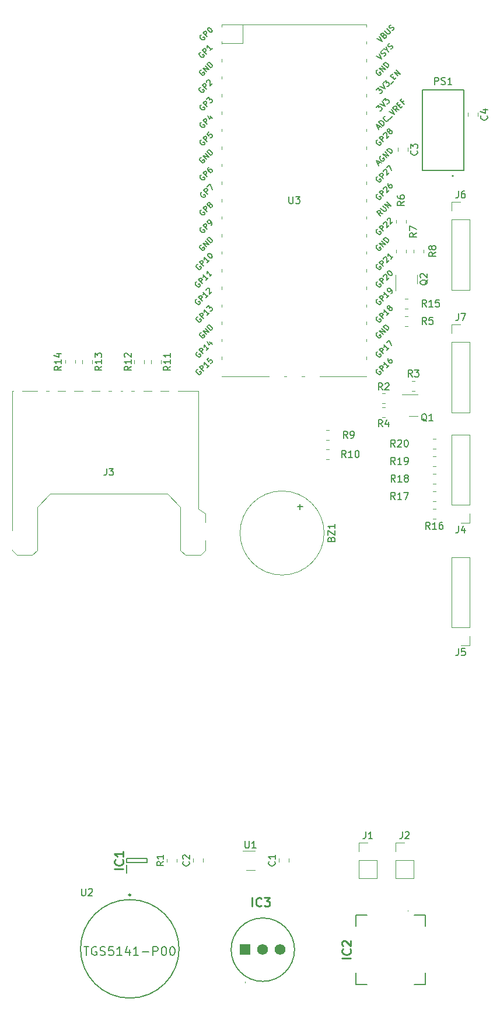
<source format=gbr>
%TF.GenerationSoftware,KiCad,Pcbnew,6.0.2+dfsg-1*%
%TF.CreationDate,2022-11-10T09:56:40+01:00*%
%TF.ProjectId,DL,444c2e6b-6963-4616-945f-706362585858,rev?*%
%TF.SameCoordinates,Original*%
%TF.FileFunction,Legend,Top*%
%TF.FilePolarity,Positive*%
%FSLAX46Y46*%
G04 Gerber Fmt 4.6, Leading zero omitted, Abs format (unit mm)*
G04 Created by KiCad (PCBNEW 6.0.2+dfsg-1) date 2022-11-10 09:56:40*
%MOMM*%
%LPD*%
G01*
G04 APERTURE LIST*
%ADD10C,0.150000*%
%ADD11C,0.254000*%
%ADD12C,0.120000*%
%ADD13C,0.200000*%
%ADD14C,0.100000*%
%ADD15C,0.127000*%
%ADD16C,0.250000*%
%ADD17R,1.560000X1.560000*%
%ADD18C,1.560000*%
G04 APERTURE END LIST*
D10*
%TO.C,R17*%
X74303142Y-85542380D02*
X73969809Y-85066190D01*
X73731714Y-85542380D02*
X73731714Y-84542380D01*
X74112666Y-84542380D01*
X74207904Y-84590000D01*
X74255523Y-84637619D01*
X74303142Y-84732857D01*
X74303142Y-84875714D01*
X74255523Y-84970952D01*
X74207904Y-85018571D01*
X74112666Y-85066190D01*
X73731714Y-85066190D01*
X75255523Y-85542380D02*
X74684095Y-85542380D01*
X74969809Y-85542380D02*
X74969809Y-84542380D01*
X74874571Y-84685238D01*
X74779333Y-84780476D01*
X74684095Y-84828095D01*
X75588857Y-84542380D02*
X76255523Y-84542380D01*
X75826952Y-85542380D01*
%TO.C,J4*%
X83502666Y-89412380D02*
X83502666Y-90126666D01*
X83455047Y-90269523D01*
X83359809Y-90364761D01*
X83216952Y-90412380D01*
X83121714Y-90412380D01*
X84407428Y-89745714D02*
X84407428Y-90412380D01*
X84169333Y-89364761D02*
X83931238Y-90079047D01*
X84550285Y-90079047D01*
%TO.C,J2*%
X75358666Y-133774380D02*
X75358666Y-134488666D01*
X75311047Y-134631523D01*
X75215809Y-134726761D01*
X75072952Y-134774380D01*
X74977714Y-134774380D01*
X75787238Y-133869619D02*
X75834857Y-133822000D01*
X75930095Y-133774380D01*
X76168190Y-133774380D01*
X76263428Y-133822000D01*
X76311047Y-133869619D01*
X76358666Y-133964857D01*
X76358666Y-134060095D01*
X76311047Y-134202952D01*
X75739619Y-134774380D01*
X76358666Y-134774380D01*
%TO.C,R14*%
X25852380Y-66236357D02*
X25376190Y-66569690D01*
X25852380Y-66807785D02*
X24852380Y-66807785D01*
X24852380Y-66426833D01*
X24900000Y-66331595D01*
X24947619Y-66283976D01*
X25042857Y-66236357D01*
X25185714Y-66236357D01*
X25280952Y-66283976D01*
X25328571Y-66331595D01*
X25376190Y-66426833D01*
X25376190Y-66807785D01*
X25852380Y-65283976D02*
X25852380Y-65855404D01*
X25852380Y-65569690D02*
X24852380Y-65569690D01*
X24995238Y-65664928D01*
X25090476Y-65760166D01*
X25138095Y-65855404D01*
X25185714Y-64426833D02*
X25852380Y-64426833D01*
X24804761Y-64664928D02*
X25519047Y-64903023D01*
X25519047Y-64283976D01*
%TO.C,J7*%
X83486666Y-58600380D02*
X83486666Y-59314666D01*
X83439047Y-59457523D01*
X83343809Y-59552761D01*
X83200952Y-59600380D01*
X83105714Y-59600380D01*
X83867619Y-58600380D02*
X84534285Y-58600380D01*
X84105714Y-59600380D01*
%TO.C,R6*%
X75636380Y-42330666D02*
X75160190Y-42664000D01*
X75636380Y-42902095D02*
X74636380Y-42902095D01*
X74636380Y-42521142D01*
X74684000Y-42425904D01*
X74731619Y-42378285D01*
X74826857Y-42330666D01*
X74969714Y-42330666D01*
X75064952Y-42378285D01*
X75112571Y-42425904D01*
X75160190Y-42521142D01*
X75160190Y-42902095D01*
X74636380Y-41473523D02*
X74636380Y-41664000D01*
X74684000Y-41759238D01*
X74731619Y-41806857D01*
X74874476Y-41902095D01*
X75064952Y-41949714D01*
X75445904Y-41949714D01*
X75541142Y-41902095D01*
X75588761Y-41854476D01*
X75636380Y-41759238D01*
X75636380Y-41568761D01*
X75588761Y-41473523D01*
X75541142Y-41425904D01*
X75445904Y-41378285D01*
X75207809Y-41378285D01*
X75112571Y-41425904D01*
X75064952Y-41473523D01*
X75017333Y-41568761D01*
X75017333Y-41759238D01*
X75064952Y-41854476D01*
X75112571Y-41902095D01*
X75207809Y-41949714D01*
D11*
%TO.C,IC3*%
X53578238Y-144592523D02*
X53578238Y-143322523D01*
X54908714Y-144471571D02*
X54848238Y-144532047D01*
X54666809Y-144592523D01*
X54545857Y-144592523D01*
X54364428Y-144532047D01*
X54243476Y-144411095D01*
X54183000Y-144290142D01*
X54122523Y-144048238D01*
X54122523Y-143866809D01*
X54183000Y-143624904D01*
X54243476Y-143503952D01*
X54364428Y-143383000D01*
X54545857Y-143322523D01*
X54666809Y-143322523D01*
X54848238Y-143383000D01*
X54908714Y-143443476D01*
X55332047Y-143322523D02*
X56118238Y-143322523D01*
X55694904Y-143806333D01*
X55876333Y-143806333D01*
X55997285Y-143866809D01*
X56057761Y-143927285D01*
X56118238Y-144048238D01*
X56118238Y-144350619D01*
X56057761Y-144471571D01*
X55997285Y-144532047D01*
X55876333Y-144592523D01*
X55513476Y-144592523D01*
X55392523Y-144532047D01*
X55332047Y-144471571D01*
D10*
%TO.C,R12*%
X36012380Y-66236357D02*
X35536190Y-66569690D01*
X36012380Y-66807785D02*
X35012380Y-66807785D01*
X35012380Y-66426833D01*
X35060000Y-66331595D01*
X35107619Y-66283976D01*
X35202857Y-66236357D01*
X35345714Y-66236357D01*
X35440952Y-66283976D01*
X35488571Y-66331595D01*
X35536190Y-66426833D01*
X35536190Y-66807785D01*
X36012380Y-65283976D02*
X36012380Y-65855404D01*
X36012380Y-65569690D02*
X35012380Y-65569690D01*
X35155238Y-65664928D01*
X35250476Y-65760166D01*
X35298095Y-65855404D01*
X35107619Y-64903023D02*
X35060000Y-64855404D01*
X35012380Y-64760166D01*
X35012380Y-64522071D01*
X35060000Y-64426833D01*
X35107619Y-64379214D01*
X35202857Y-64331595D01*
X35298095Y-64331595D01*
X35440952Y-64379214D01*
X36012380Y-64950642D01*
X36012380Y-64331595D01*
%TO.C,R4*%
X72477333Y-75000380D02*
X72144000Y-74524190D01*
X71905904Y-75000380D02*
X71905904Y-74000380D01*
X72286857Y-74000380D01*
X72382095Y-74048000D01*
X72429714Y-74095619D01*
X72477333Y-74190857D01*
X72477333Y-74333714D01*
X72429714Y-74428952D01*
X72382095Y-74476571D01*
X72286857Y-74524190D01*
X71905904Y-74524190D01*
X73334476Y-74333714D02*
X73334476Y-75000380D01*
X73096380Y-73952761D02*
X72858285Y-74667047D01*
X73477333Y-74667047D01*
%TO.C,Q1*%
X78898761Y-74228619D02*
X78803523Y-74181000D01*
X78708285Y-74085761D01*
X78565428Y-73942904D01*
X78470190Y-73895285D01*
X78374952Y-73895285D01*
X78422571Y-74133380D02*
X78327333Y-74085761D01*
X78232095Y-73990523D01*
X78184476Y-73800047D01*
X78184476Y-73466714D01*
X78232095Y-73276238D01*
X78327333Y-73181000D01*
X78422571Y-73133380D01*
X78613047Y-73133380D01*
X78708285Y-73181000D01*
X78803523Y-73276238D01*
X78851142Y-73466714D01*
X78851142Y-73800047D01*
X78803523Y-73990523D01*
X78708285Y-74085761D01*
X78613047Y-74133380D01*
X78422571Y-74133380D01*
X79803523Y-74133380D02*
X79232095Y-74133380D01*
X79517809Y-74133380D02*
X79517809Y-73133380D01*
X79422571Y-73276238D01*
X79327333Y-73371476D01*
X79232095Y-73419095D01*
%TO.C,PS1*%
X80065714Y-25344380D02*
X80065714Y-24344380D01*
X80446666Y-24344380D01*
X80541904Y-24392000D01*
X80589523Y-24439619D01*
X80637142Y-24534857D01*
X80637142Y-24677714D01*
X80589523Y-24772952D01*
X80541904Y-24820571D01*
X80446666Y-24868190D01*
X80065714Y-24868190D01*
X81018095Y-25296761D02*
X81160952Y-25344380D01*
X81399047Y-25344380D01*
X81494285Y-25296761D01*
X81541904Y-25249142D01*
X81589523Y-25153904D01*
X81589523Y-25058666D01*
X81541904Y-24963428D01*
X81494285Y-24915809D01*
X81399047Y-24868190D01*
X81208571Y-24820571D01*
X81113333Y-24772952D01*
X81065714Y-24725333D01*
X81018095Y-24630095D01*
X81018095Y-24534857D01*
X81065714Y-24439619D01*
X81113333Y-24392000D01*
X81208571Y-24344380D01*
X81446666Y-24344380D01*
X81589523Y-24392000D01*
X82541904Y-25344380D02*
X81970476Y-25344380D01*
X82256190Y-25344380D02*
X82256190Y-24344380D01*
X82160952Y-24487238D01*
X82065714Y-24582476D01*
X81970476Y-24630095D01*
%TO.C,Q2*%
X79033619Y-53689238D02*
X78986000Y-53784476D01*
X78890761Y-53879714D01*
X78747904Y-54022571D01*
X78700285Y-54117809D01*
X78700285Y-54213047D01*
X78938380Y-54165428D02*
X78890761Y-54260666D01*
X78795523Y-54355904D01*
X78605047Y-54403523D01*
X78271714Y-54403523D01*
X78081238Y-54355904D01*
X77986000Y-54260666D01*
X77938380Y-54165428D01*
X77938380Y-53974952D01*
X77986000Y-53879714D01*
X78081238Y-53784476D01*
X78271714Y-53736857D01*
X78605047Y-53736857D01*
X78795523Y-53784476D01*
X78890761Y-53879714D01*
X78938380Y-53974952D01*
X78938380Y-54165428D01*
X78033619Y-53355904D02*
X77986000Y-53308285D01*
X77938380Y-53213047D01*
X77938380Y-52974952D01*
X77986000Y-52879714D01*
X78033619Y-52832095D01*
X78128857Y-52784476D01*
X78224095Y-52784476D01*
X78366952Y-52832095D01*
X78938380Y-53403523D01*
X78938380Y-52784476D01*
%TO.C,R1*%
X40712380Y-138088666D02*
X40236190Y-138422000D01*
X40712380Y-138660095D02*
X39712380Y-138660095D01*
X39712380Y-138279142D01*
X39760000Y-138183904D01*
X39807619Y-138136285D01*
X39902857Y-138088666D01*
X40045714Y-138088666D01*
X40140952Y-138136285D01*
X40188571Y-138183904D01*
X40236190Y-138279142D01*
X40236190Y-138660095D01*
X40712380Y-137136285D02*
X40712380Y-137707714D01*
X40712380Y-137422000D02*
X39712380Y-137422000D01*
X39855238Y-137517238D01*
X39950476Y-137612476D01*
X39998095Y-137707714D01*
%TO.C,R10*%
X67175142Y-79467380D02*
X66841809Y-78991190D01*
X66603714Y-79467380D02*
X66603714Y-78467380D01*
X66984666Y-78467380D01*
X67079904Y-78515000D01*
X67127523Y-78562619D01*
X67175142Y-78657857D01*
X67175142Y-78800714D01*
X67127523Y-78895952D01*
X67079904Y-78943571D01*
X66984666Y-78991190D01*
X66603714Y-78991190D01*
X68127523Y-79467380D02*
X67556095Y-79467380D01*
X67841809Y-79467380D02*
X67841809Y-78467380D01*
X67746571Y-78610238D01*
X67651333Y-78705476D01*
X67556095Y-78753095D01*
X68746571Y-78467380D02*
X68841809Y-78467380D01*
X68937047Y-78515000D01*
X68984666Y-78562619D01*
X69032285Y-78657857D01*
X69079904Y-78848333D01*
X69079904Y-79086428D01*
X69032285Y-79276904D01*
X68984666Y-79372142D01*
X68937047Y-79419761D01*
X68841809Y-79467380D01*
X68746571Y-79467380D01*
X68651333Y-79419761D01*
X68603714Y-79372142D01*
X68556095Y-79276904D01*
X68508476Y-79086428D01*
X68508476Y-78848333D01*
X68556095Y-78657857D01*
X68603714Y-78562619D01*
X68651333Y-78515000D01*
X68746571Y-78467380D01*
%TO.C,R11*%
X41726380Y-66236357D02*
X41250190Y-66569690D01*
X41726380Y-66807785D02*
X40726380Y-66807785D01*
X40726380Y-66426833D01*
X40774000Y-66331595D01*
X40821619Y-66283976D01*
X40916857Y-66236357D01*
X41059714Y-66236357D01*
X41154952Y-66283976D01*
X41202571Y-66331595D01*
X41250190Y-66426833D01*
X41250190Y-66807785D01*
X41726380Y-65283976D02*
X41726380Y-65855404D01*
X41726380Y-65569690D02*
X40726380Y-65569690D01*
X40869238Y-65664928D01*
X40964476Y-65760166D01*
X41012095Y-65855404D01*
X41726380Y-64331595D02*
X41726380Y-64903023D01*
X41726380Y-64617309D02*
X40726380Y-64617309D01*
X40869238Y-64712547D01*
X40964476Y-64807785D01*
X41012095Y-64903023D01*
%TO.C,R19*%
X74303142Y-80462380D02*
X73969809Y-79986190D01*
X73731714Y-80462380D02*
X73731714Y-79462380D01*
X74112666Y-79462380D01*
X74207904Y-79510000D01*
X74255523Y-79557619D01*
X74303142Y-79652857D01*
X74303142Y-79795714D01*
X74255523Y-79890952D01*
X74207904Y-79938571D01*
X74112666Y-79986190D01*
X73731714Y-79986190D01*
X75255523Y-80462380D02*
X74684095Y-80462380D01*
X74969809Y-80462380D02*
X74969809Y-79462380D01*
X74874571Y-79605238D01*
X74779333Y-79700476D01*
X74684095Y-79748095D01*
X75731714Y-80462380D02*
X75922190Y-80462380D01*
X76017428Y-80414761D01*
X76065047Y-80367142D01*
X76160285Y-80224285D01*
X76207904Y-80033809D01*
X76207904Y-79652857D01*
X76160285Y-79557619D01*
X76112666Y-79510000D01*
X76017428Y-79462380D01*
X75826952Y-79462380D01*
X75731714Y-79510000D01*
X75684095Y-79557619D01*
X75636476Y-79652857D01*
X75636476Y-79890952D01*
X75684095Y-79986190D01*
X75731714Y-80033809D01*
X75826952Y-80081428D01*
X76017428Y-80081428D01*
X76112666Y-80033809D01*
X76160285Y-79986190D01*
X76207904Y-79890952D01*
D11*
%TO.C,IC1*%
X34864523Y-139161761D02*
X33594523Y-139161761D01*
X34743571Y-137831285D02*
X34804047Y-137891761D01*
X34864523Y-138073190D01*
X34864523Y-138194142D01*
X34804047Y-138375571D01*
X34683095Y-138496523D01*
X34562142Y-138557000D01*
X34320238Y-138617476D01*
X34138809Y-138617476D01*
X33896904Y-138557000D01*
X33775952Y-138496523D01*
X33655000Y-138375571D01*
X33594523Y-138194142D01*
X33594523Y-138073190D01*
X33655000Y-137891761D01*
X33715476Y-137831285D01*
X34864523Y-136621761D02*
X34864523Y-137347476D01*
X34864523Y-136984619D02*
X33594523Y-136984619D01*
X33775952Y-137105571D01*
X33896904Y-137226523D01*
X33957380Y-137347476D01*
D10*
%TO.C,C1*%
X56843142Y-138088666D02*
X56890761Y-138136285D01*
X56938380Y-138279142D01*
X56938380Y-138374380D01*
X56890761Y-138517238D01*
X56795523Y-138612476D01*
X56700285Y-138660095D01*
X56509809Y-138707714D01*
X56366952Y-138707714D01*
X56176476Y-138660095D01*
X56081238Y-138612476D01*
X55986000Y-138517238D01*
X55938380Y-138374380D01*
X55938380Y-138279142D01*
X55986000Y-138136285D01*
X56033619Y-138088666D01*
X56938380Y-137136285D02*
X56938380Y-137707714D01*
X56938380Y-137422000D02*
X55938380Y-137422000D01*
X56081238Y-137517238D01*
X56176476Y-137612476D01*
X56224095Y-137707714D01*
%TO.C,U3*%
X58928095Y-41616380D02*
X58928095Y-42425904D01*
X58975714Y-42521142D01*
X59023333Y-42568761D01*
X59118571Y-42616380D01*
X59309047Y-42616380D01*
X59404285Y-42568761D01*
X59451904Y-42521142D01*
X59499523Y-42425904D01*
X59499523Y-41616380D01*
X59880476Y-41616380D02*
X60499523Y-41616380D01*
X60166190Y-41997333D01*
X60309047Y-41997333D01*
X60404285Y-42044952D01*
X60451904Y-42092571D01*
X60499523Y-42187809D01*
X60499523Y-42425904D01*
X60451904Y-42521142D01*
X60404285Y-42568761D01*
X60309047Y-42616380D01*
X60023333Y-42616380D01*
X59928095Y-42568761D01*
X59880476Y-42521142D01*
X46176158Y-48662155D02*
X46095346Y-48689093D01*
X46014534Y-48769905D01*
X45960659Y-48877654D01*
X45960659Y-48985404D01*
X45987597Y-49066216D01*
X46068409Y-49200903D01*
X46149221Y-49281715D01*
X46283908Y-49362528D01*
X46364720Y-49389465D01*
X46472470Y-49389465D01*
X46580219Y-49335590D01*
X46634094Y-49281715D01*
X46687969Y-49173966D01*
X46687969Y-49120091D01*
X46499407Y-48931529D01*
X46391658Y-49039279D01*
X46984280Y-48931529D02*
X46418595Y-48365844D01*
X47307529Y-48608280D01*
X46741844Y-48042595D01*
X47576903Y-48338906D02*
X47011218Y-47773221D01*
X47145905Y-47638534D01*
X47253654Y-47584659D01*
X47361404Y-47584659D01*
X47442216Y-47611597D01*
X47576903Y-47692409D01*
X47657715Y-47773221D01*
X47738528Y-47907908D01*
X47765465Y-47988720D01*
X47765465Y-48096470D01*
X47711590Y-48204219D01*
X47576903Y-48338906D01*
X71844788Y-31697773D02*
X72114162Y-31428399D01*
X71952537Y-31913272D02*
X71575414Y-31159025D01*
X72329661Y-31536149D01*
X72518223Y-31347587D02*
X71952537Y-30781902D01*
X72087224Y-30647215D01*
X72194974Y-30593340D01*
X72302723Y-30593340D01*
X72383536Y-30620277D01*
X72518223Y-30701089D01*
X72599035Y-30781902D01*
X72679847Y-30916589D01*
X72706784Y-30997401D01*
X72706784Y-31105150D01*
X72652910Y-31212900D01*
X72518223Y-31347587D01*
X73353282Y-30404778D02*
X73353282Y-30458653D01*
X73299407Y-30566402D01*
X73245532Y-30620277D01*
X73137783Y-30674152D01*
X73030033Y-30674152D01*
X72949221Y-30647215D01*
X72814534Y-30566402D01*
X72733722Y-30485590D01*
X72652910Y-30350903D01*
X72625972Y-30270091D01*
X72625972Y-30162341D01*
X72679847Y-30054592D01*
X72733722Y-30000717D01*
X72841471Y-29946842D01*
X72895346Y-29946842D01*
X73568781Y-30404778D02*
X73999780Y-29973780D01*
X73434094Y-29300345D02*
X74188341Y-29677468D01*
X73811218Y-28923221D01*
X74888714Y-28977096D02*
X74430778Y-28896284D01*
X74565465Y-29300345D02*
X73999780Y-28734659D01*
X74215279Y-28519160D01*
X74296091Y-28492223D01*
X74349966Y-28492223D01*
X74430778Y-28519160D01*
X74511590Y-28599972D01*
X74538528Y-28680784D01*
X74538528Y-28734659D01*
X74511590Y-28815471D01*
X74296091Y-29030971D01*
X74834839Y-28438348D02*
X75023401Y-28249786D01*
X75400524Y-28465285D02*
X75131150Y-28734659D01*
X74565465Y-28168974D01*
X74834839Y-27899600D01*
X75535211Y-27737975D02*
X75346650Y-27926537D01*
X75642961Y-28222849D02*
X75077276Y-27657163D01*
X75346650Y-27387789D01*
X71612131Y-26122308D02*
X71962317Y-25772122D01*
X71989255Y-26176183D01*
X72070067Y-26095370D01*
X72150879Y-26068433D01*
X72204754Y-26068433D01*
X72285566Y-26095370D01*
X72420253Y-26230057D01*
X72447190Y-26310870D01*
X72447190Y-26364744D01*
X72420253Y-26445557D01*
X72258629Y-26607181D01*
X72177816Y-26634118D01*
X72123942Y-26634118D01*
X72123942Y-25610497D02*
X72878189Y-25987621D01*
X72501065Y-25233374D01*
X72635752Y-25098687D02*
X72985938Y-24748500D01*
X73012876Y-25152561D01*
X73093688Y-25071749D01*
X73174500Y-25044812D01*
X73228375Y-25044812D01*
X73309187Y-25071749D01*
X73443874Y-25206436D01*
X73470812Y-25287248D01*
X73470812Y-25341123D01*
X73443874Y-25421935D01*
X73282250Y-25583560D01*
X73201438Y-25610497D01*
X73147563Y-25610497D01*
X73713248Y-25260311D02*
X74144247Y-24829312D01*
X73928748Y-24344439D02*
X74117309Y-24155877D01*
X74494433Y-24371377D02*
X74225059Y-24640751D01*
X73659374Y-24075065D01*
X73928748Y-23805691D01*
X74736870Y-24128940D02*
X74171184Y-23563255D01*
X75060118Y-23805691D01*
X74494433Y-23240006D01*
X45633722Y-64144592D02*
X45552910Y-64171529D01*
X45472097Y-64252341D01*
X45418223Y-64360091D01*
X45418223Y-64467841D01*
X45445160Y-64548653D01*
X45525972Y-64683340D01*
X45606784Y-64764152D01*
X45741471Y-64844964D01*
X45822284Y-64871902D01*
X45930033Y-64871902D01*
X46037783Y-64818027D01*
X46091658Y-64764152D01*
X46145532Y-64656402D01*
X46145532Y-64602528D01*
X45956971Y-64413966D01*
X45849221Y-64521715D01*
X46441844Y-64413966D02*
X45876158Y-63848280D01*
X46091658Y-63632781D01*
X46172470Y-63605844D01*
X46226345Y-63605844D01*
X46307157Y-63632781D01*
X46387969Y-63713593D01*
X46414906Y-63794406D01*
X46414906Y-63848280D01*
X46387969Y-63929093D01*
X46172470Y-64144592D01*
X47303841Y-63551969D02*
X46980592Y-63875218D01*
X47142216Y-63713593D02*
X46576531Y-63147908D01*
X46603468Y-63282595D01*
X46603468Y-63390345D01*
X46576531Y-63471157D01*
X47411590Y-62689972D02*
X47788714Y-63067096D01*
X47061404Y-62609160D02*
X47330778Y-63147908D01*
X47680964Y-62797722D01*
X46176158Y-35962155D02*
X46095346Y-35989093D01*
X46014534Y-36069905D01*
X45960659Y-36177654D01*
X45960659Y-36285404D01*
X45987597Y-36366216D01*
X46068409Y-36500903D01*
X46149221Y-36581715D01*
X46283908Y-36662528D01*
X46364720Y-36689465D01*
X46472470Y-36689465D01*
X46580219Y-36635590D01*
X46634094Y-36581715D01*
X46687969Y-36473966D01*
X46687969Y-36420091D01*
X46499407Y-36231529D01*
X46391658Y-36339279D01*
X46984280Y-36231529D02*
X46418595Y-35665844D01*
X47307529Y-35908280D01*
X46741844Y-35342595D01*
X47576903Y-35638906D02*
X47011218Y-35073221D01*
X47145905Y-34938534D01*
X47253654Y-34884659D01*
X47361404Y-34884659D01*
X47442216Y-34911597D01*
X47576903Y-34992409D01*
X47657715Y-35073221D01*
X47738528Y-35207908D01*
X47765465Y-35288720D01*
X47765465Y-35396470D01*
X47711590Y-35504219D01*
X47576903Y-35638906D01*
X45679722Y-51444592D02*
X45598910Y-51471529D01*
X45518097Y-51552341D01*
X45464223Y-51660091D01*
X45464223Y-51767841D01*
X45491160Y-51848653D01*
X45571972Y-51983340D01*
X45652784Y-52064152D01*
X45787471Y-52144964D01*
X45868284Y-52171902D01*
X45976033Y-52171902D01*
X46083783Y-52118027D01*
X46137658Y-52064152D01*
X46191532Y-51956402D01*
X46191532Y-51902528D01*
X46002971Y-51713966D01*
X45895221Y-51821715D01*
X46487844Y-51713966D02*
X45922158Y-51148280D01*
X46137658Y-50932781D01*
X46218470Y-50905844D01*
X46272345Y-50905844D01*
X46353157Y-50932781D01*
X46433969Y-51013593D01*
X46460906Y-51094406D01*
X46460906Y-51148280D01*
X46433969Y-51229093D01*
X46218470Y-51444592D01*
X47349841Y-50851969D02*
X47026592Y-51175218D01*
X47188216Y-51013593D02*
X46622531Y-50447908D01*
X46649468Y-50582595D01*
X46649468Y-50690345D01*
X46622531Y-50771157D01*
X47134341Y-49936097D02*
X47188216Y-49882223D01*
X47269028Y-49855285D01*
X47322903Y-49855285D01*
X47403715Y-49882223D01*
X47538402Y-49963035D01*
X47673089Y-50097722D01*
X47753902Y-50232409D01*
X47780839Y-50313221D01*
X47780839Y-50367096D01*
X47753902Y-50447908D01*
X47700027Y-50501783D01*
X47619215Y-50528720D01*
X47565340Y-50528720D01*
X47484528Y-50501783D01*
X47349841Y-50420971D01*
X47215154Y-50286284D01*
X47134341Y-50151597D01*
X47107404Y-50070784D01*
X47107404Y-50016910D01*
X47134341Y-49936097D01*
X46203096Y-46095218D02*
X46122284Y-46122155D01*
X46041471Y-46202967D01*
X45987597Y-46310717D01*
X45987597Y-46418467D01*
X46014534Y-46499279D01*
X46095346Y-46633966D01*
X46176158Y-46714778D01*
X46310845Y-46795590D01*
X46391658Y-46822528D01*
X46499407Y-46822528D01*
X46607157Y-46768653D01*
X46661032Y-46714778D01*
X46714906Y-46607028D01*
X46714906Y-46553154D01*
X46526345Y-46364592D01*
X46418595Y-46472341D01*
X47011218Y-46364592D02*
X46445532Y-45798906D01*
X46661032Y-45583407D01*
X46741844Y-45556470D01*
X46795719Y-45556470D01*
X46876531Y-45583407D01*
X46957343Y-45664219D01*
X46984280Y-45745032D01*
X46984280Y-45798906D01*
X46957343Y-45879719D01*
X46741844Y-46095218D01*
X47603841Y-45771969D02*
X47711590Y-45664219D01*
X47738528Y-45583407D01*
X47738528Y-45529532D01*
X47711590Y-45394845D01*
X47630778Y-45260158D01*
X47415279Y-45044659D01*
X47334467Y-45017722D01*
X47280592Y-45017722D01*
X47199780Y-45044659D01*
X47092030Y-45152409D01*
X47065093Y-45233221D01*
X47065093Y-45287096D01*
X47092030Y-45367908D01*
X47226717Y-45502595D01*
X47307529Y-45529532D01*
X47361404Y-45529532D01*
X47442216Y-45502595D01*
X47549966Y-45394845D01*
X47576903Y-45314033D01*
X47576903Y-45260158D01*
X47549966Y-45179346D01*
X72528375Y-44107435D02*
X72070439Y-44026622D01*
X72205126Y-44430683D02*
X71639441Y-43864998D01*
X71854940Y-43649499D01*
X71935752Y-43622561D01*
X71989627Y-43622561D01*
X72070439Y-43649499D01*
X72151251Y-43730311D01*
X72178189Y-43811123D01*
X72178189Y-43864998D01*
X72151251Y-43945810D01*
X71935752Y-44161309D01*
X72205126Y-43299312D02*
X72663062Y-43757248D01*
X72743874Y-43784186D01*
X72797749Y-43784186D01*
X72878561Y-43757248D01*
X72986311Y-43649499D01*
X73013248Y-43568687D01*
X73013248Y-43514812D01*
X72986311Y-43434000D01*
X72528375Y-42976064D01*
X73363435Y-43272375D02*
X72797749Y-42706690D01*
X73686683Y-42949126D01*
X73120998Y-42383441D01*
X46303096Y-40985218D02*
X46222284Y-41012155D01*
X46141471Y-41092967D01*
X46087597Y-41200717D01*
X46087597Y-41308467D01*
X46114534Y-41389279D01*
X46195346Y-41523966D01*
X46276158Y-41604778D01*
X46410845Y-41685590D01*
X46491658Y-41712528D01*
X46599407Y-41712528D01*
X46707157Y-41658653D01*
X46761032Y-41604778D01*
X46814906Y-41497028D01*
X46814906Y-41443154D01*
X46626345Y-41254592D01*
X46518595Y-41362341D01*
X47111218Y-41254592D02*
X46545532Y-40688906D01*
X46761032Y-40473407D01*
X46841844Y-40446470D01*
X46895719Y-40446470D01*
X46976531Y-40473407D01*
X47057343Y-40554219D01*
X47084280Y-40635032D01*
X47084280Y-40688906D01*
X47057343Y-40769719D01*
X46841844Y-40985218D01*
X47057343Y-40177096D02*
X47434467Y-39799972D01*
X47757715Y-40608094D01*
X71787722Y-56524592D02*
X71706910Y-56551529D01*
X71626097Y-56632341D01*
X71572223Y-56740091D01*
X71572223Y-56847841D01*
X71599160Y-56928653D01*
X71679972Y-57063340D01*
X71760784Y-57144152D01*
X71895471Y-57224964D01*
X71976284Y-57251902D01*
X72084033Y-57251902D01*
X72191783Y-57198027D01*
X72245658Y-57144152D01*
X72299532Y-57036402D01*
X72299532Y-56982528D01*
X72110971Y-56793966D01*
X72003221Y-56901715D01*
X72595844Y-56793966D02*
X72030158Y-56228280D01*
X72245658Y-56012781D01*
X72326470Y-55985844D01*
X72380345Y-55985844D01*
X72461157Y-56012781D01*
X72541969Y-56093593D01*
X72568906Y-56174406D01*
X72568906Y-56228280D01*
X72541969Y-56309093D01*
X72326470Y-56524592D01*
X73457841Y-55931969D02*
X73134592Y-56255218D01*
X73296216Y-56093593D02*
X72730531Y-55527908D01*
X72757468Y-55662595D01*
X72757468Y-55770345D01*
X72730531Y-55851157D01*
X73727215Y-55662595D02*
X73834964Y-55554845D01*
X73861902Y-55474033D01*
X73861902Y-55420158D01*
X73834964Y-55285471D01*
X73754152Y-55150784D01*
X73538653Y-54935285D01*
X73457841Y-54908348D01*
X73403966Y-54908348D01*
X73323154Y-54935285D01*
X73215404Y-55043035D01*
X73188467Y-55123847D01*
X73188467Y-55177722D01*
X73215404Y-55258534D01*
X73350091Y-55393221D01*
X73430903Y-55420158D01*
X73484778Y-55420158D01*
X73565590Y-55393221D01*
X73673340Y-55285471D01*
X73700277Y-55204659D01*
X73700277Y-55150784D01*
X73673340Y-55069972D01*
X71776158Y-23262155D02*
X71695346Y-23289093D01*
X71614534Y-23369905D01*
X71560659Y-23477654D01*
X71560659Y-23585404D01*
X71587597Y-23666216D01*
X71668409Y-23800903D01*
X71749221Y-23881715D01*
X71883908Y-23962528D01*
X71964720Y-23989465D01*
X72072470Y-23989465D01*
X72180219Y-23935590D01*
X72234094Y-23881715D01*
X72287969Y-23773966D01*
X72287969Y-23720091D01*
X72099407Y-23531529D01*
X71991658Y-23639279D01*
X72584280Y-23531529D02*
X72018595Y-22965844D01*
X72907529Y-23208280D01*
X72341844Y-22642595D01*
X73176903Y-22938906D02*
X72611218Y-22373221D01*
X72745905Y-22238534D01*
X72853654Y-22184659D01*
X72961404Y-22184659D01*
X73042216Y-22211597D01*
X73176903Y-22292409D01*
X73257715Y-22373221D01*
X73338528Y-22507908D01*
X73365465Y-22588720D01*
X73365465Y-22696470D01*
X73311590Y-22804219D01*
X73176903Y-22938906D01*
X71787722Y-53984592D02*
X71706910Y-54011529D01*
X71626097Y-54092341D01*
X71572223Y-54200091D01*
X71572223Y-54307841D01*
X71599160Y-54388653D01*
X71679972Y-54523340D01*
X71760784Y-54604152D01*
X71895471Y-54684964D01*
X71976284Y-54711902D01*
X72084033Y-54711902D01*
X72191783Y-54658027D01*
X72245658Y-54604152D01*
X72299532Y-54496402D01*
X72299532Y-54442528D01*
X72110971Y-54253966D01*
X72003221Y-54361715D01*
X72595844Y-54253966D02*
X72030158Y-53688280D01*
X72245658Y-53472781D01*
X72326470Y-53445844D01*
X72380345Y-53445844D01*
X72461157Y-53472781D01*
X72541969Y-53553593D01*
X72568906Y-53634406D01*
X72568906Y-53688280D01*
X72541969Y-53769093D01*
X72326470Y-53984592D01*
X72622781Y-53203407D02*
X72622781Y-53149532D01*
X72649719Y-53068720D01*
X72784406Y-52934033D01*
X72865218Y-52907096D01*
X72919093Y-52907096D01*
X72999905Y-52934033D01*
X73053780Y-52987908D01*
X73107654Y-53095658D01*
X73107654Y-53742155D01*
X73457841Y-53391969D01*
X73242341Y-52476097D02*
X73296216Y-52422223D01*
X73377028Y-52395285D01*
X73430903Y-52395285D01*
X73511715Y-52422223D01*
X73646402Y-52503035D01*
X73781089Y-52637722D01*
X73861902Y-52772409D01*
X73888839Y-52853221D01*
X73888839Y-52907096D01*
X73861902Y-52987908D01*
X73808027Y-53041783D01*
X73727215Y-53068720D01*
X73673340Y-53068720D01*
X73592528Y-53041783D01*
X73457841Y-52960971D01*
X73323154Y-52826284D01*
X73242341Y-52691597D01*
X73215404Y-52610784D01*
X73215404Y-52556910D01*
X73242341Y-52476097D01*
X71787722Y-51454592D02*
X71706910Y-51481529D01*
X71626097Y-51562341D01*
X71572223Y-51670091D01*
X71572223Y-51777841D01*
X71599160Y-51858653D01*
X71679972Y-51993340D01*
X71760784Y-52074152D01*
X71895471Y-52154964D01*
X71976284Y-52181902D01*
X72084033Y-52181902D01*
X72191783Y-52128027D01*
X72245658Y-52074152D01*
X72299532Y-51966402D01*
X72299532Y-51912528D01*
X72110971Y-51723966D01*
X72003221Y-51831715D01*
X72595844Y-51723966D02*
X72030158Y-51158280D01*
X72245658Y-50942781D01*
X72326470Y-50915844D01*
X72380345Y-50915844D01*
X72461157Y-50942781D01*
X72541969Y-51023593D01*
X72568906Y-51104406D01*
X72568906Y-51158280D01*
X72541969Y-51239093D01*
X72326470Y-51454592D01*
X72622781Y-50673407D02*
X72622781Y-50619532D01*
X72649719Y-50538720D01*
X72784406Y-50404033D01*
X72865218Y-50377096D01*
X72919093Y-50377096D01*
X72999905Y-50404033D01*
X73053780Y-50457908D01*
X73107654Y-50565658D01*
X73107654Y-51212155D01*
X73457841Y-50861969D01*
X73996589Y-50323221D02*
X73673340Y-50646470D01*
X73834964Y-50484845D02*
X73269279Y-49919160D01*
X73296216Y-50053847D01*
X73296216Y-50161597D01*
X73269279Y-50242409D01*
X46203096Y-38475218D02*
X46122284Y-38502155D01*
X46041471Y-38582967D01*
X45987597Y-38690717D01*
X45987597Y-38798467D01*
X46014534Y-38879279D01*
X46095346Y-39013966D01*
X46176158Y-39094778D01*
X46310845Y-39175590D01*
X46391658Y-39202528D01*
X46499407Y-39202528D01*
X46607157Y-39148653D01*
X46661032Y-39094778D01*
X46714906Y-38987028D01*
X46714906Y-38933154D01*
X46526345Y-38744592D01*
X46418595Y-38852341D01*
X47011218Y-38744592D02*
X46445532Y-38178906D01*
X46661032Y-37963407D01*
X46741844Y-37936470D01*
X46795719Y-37936470D01*
X46876531Y-37963407D01*
X46957343Y-38044219D01*
X46984280Y-38125032D01*
X46984280Y-38178906D01*
X46957343Y-38259719D01*
X46741844Y-38475218D01*
X47253654Y-37370784D02*
X47145905Y-37478534D01*
X47118967Y-37559346D01*
X47118967Y-37613221D01*
X47145905Y-37747908D01*
X47226717Y-37882595D01*
X47442216Y-38098094D01*
X47523028Y-38125032D01*
X47576903Y-38125032D01*
X47657715Y-38098094D01*
X47765465Y-37990345D01*
X47792402Y-37909532D01*
X47792402Y-37855658D01*
X47765465Y-37774845D01*
X47630778Y-37640158D01*
X47549966Y-37613221D01*
X47496091Y-37613221D01*
X47415279Y-37640158D01*
X47307529Y-37747908D01*
X47280592Y-37828720D01*
X47280592Y-37882595D01*
X47307529Y-37963407D01*
X46103096Y-20685218D02*
X46022284Y-20712155D01*
X45941471Y-20792967D01*
X45887597Y-20900717D01*
X45887597Y-21008467D01*
X45914534Y-21089279D01*
X45995346Y-21223966D01*
X46076158Y-21304778D01*
X46210845Y-21385590D01*
X46291658Y-21412528D01*
X46399407Y-21412528D01*
X46507157Y-21358653D01*
X46561032Y-21304778D01*
X46614906Y-21197028D01*
X46614906Y-21143154D01*
X46426345Y-20954592D01*
X46318595Y-21062341D01*
X46911218Y-20954592D02*
X46345532Y-20388906D01*
X46561032Y-20173407D01*
X46641844Y-20146470D01*
X46695719Y-20146470D01*
X46776531Y-20173407D01*
X46857343Y-20254219D01*
X46884280Y-20335032D01*
X46884280Y-20388906D01*
X46857343Y-20469719D01*
X46641844Y-20685218D01*
X47773215Y-20092595D02*
X47449966Y-20415844D01*
X47611590Y-20254219D02*
X47045905Y-19688534D01*
X47072842Y-19823221D01*
X47072842Y-19930971D01*
X47045905Y-20011783D01*
X46203096Y-33395218D02*
X46122284Y-33422155D01*
X46041471Y-33502967D01*
X45987597Y-33610717D01*
X45987597Y-33718467D01*
X46014534Y-33799279D01*
X46095346Y-33933966D01*
X46176158Y-34014778D01*
X46310845Y-34095590D01*
X46391658Y-34122528D01*
X46499407Y-34122528D01*
X46607157Y-34068653D01*
X46661032Y-34014778D01*
X46714906Y-33907028D01*
X46714906Y-33853154D01*
X46526345Y-33664592D01*
X46418595Y-33772341D01*
X47011218Y-33664592D02*
X46445532Y-33098906D01*
X46661032Y-32883407D01*
X46741844Y-32856470D01*
X46795719Y-32856470D01*
X46876531Y-32883407D01*
X46957343Y-32964219D01*
X46984280Y-33045032D01*
X46984280Y-33098906D01*
X46957343Y-33179719D01*
X46741844Y-33395218D01*
X47280592Y-32263847D02*
X47011218Y-32533221D01*
X47253654Y-32829532D01*
X47253654Y-32775658D01*
X47280592Y-32694845D01*
X47415279Y-32560158D01*
X47496091Y-32533221D01*
X47549966Y-32533221D01*
X47630778Y-32560158D01*
X47765465Y-32694845D01*
X47792402Y-32775658D01*
X47792402Y-32829532D01*
X47765465Y-32910345D01*
X47630778Y-33045032D01*
X47549966Y-33071969D01*
X47496091Y-33071969D01*
X46203096Y-43555218D02*
X46122284Y-43582155D01*
X46041471Y-43662967D01*
X45987597Y-43770717D01*
X45987597Y-43878467D01*
X46014534Y-43959279D01*
X46095346Y-44093966D01*
X46176158Y-44174778D01*
X46310845Y-44255590D01*
X46391658Y-44282528D01*
X46499407Y-44282528D01*
X46607157Y-44228653D01*
X46661032Y-44174778D01*
X46714906Y-44067028D01*
X46714906Y-44013154D01*
X46526345Y-43824592D01*
X46418595Y-43932341D01*
X47011218Y-43824592D02*
X46445532Y-43258906D01*
X46661032Y-43043407D01*
X46741844Y-43016470D01*
X46795719Y-43016470D01*
X46876531Y-43043407D01*
X46957343Y-43124219D01*
X46984280Y-43205032D01*
X46984280Y-43258906D01*
X46957343Y-43339719D01*
X46741844Y-43555218D01*
X47334467Y-42854845D02*
X47253654Y-42881783D01*
X47199780Y-42881783D01*
X47118967Y-42854845D01*
X47092030Y-42827908D01*
X47065093Y-42747096D01*
X47065093Y-42693221D01*
X47092030Y-42612409D01*
X47199780Y-42504659D01*
X47280592Y-42477722D01*
X47334467Y-42477722D01*
X47415279Y-42504659D01*
X47442216Y-42531597D01*
X47469154Y-42612409D01*
X47469154Y-42666284D01*
X47442216Y-42747096D01*
X47334467Y-42854845D01*
X47307529Y-42935658D01*
X47307529Y-42989532D01*
X47334467Y-43070345D01*
X47442216Y-43178094D01*
X47523028Y-43205032D01*
X47576903Y-43205032D01*
X47657715Y-43178094D01*
X47765465Y-43070345D01*
X47792402Y-42989532D01*
X47792402Y-42935658D01*
X47765465Y-42854845D01*
X47657715Y-42747096D01*
X47576903Y-42720158D01*
X47523028Y-42720158D01*
X47442216Y-42747096D01*
X46176158Y-61362155D02*
X46095346Y-61389093D01*
X46014534Y-61469905D01*
X45960659Y-61577654D01*
X45960659Y-61685404D01*
X45987597Y-61766216D01*
X46068409Y-61900903D01*
X46149221Y-61981715D01*
X46283908Y-62062528D01*
X46364720Y-62089465D01*
X46472470Y-62089465D01*
X46580219Y-62035590D01*
X46634094Y-61981715D01*
X46687969Y-61873966D01*
X46687969Y-61820091D01*
X46499407Y-61631529D01*
X46391658Y-61739279D01*
X46984280Y-61631529D02*
X46418595Y-61065844D01*
X47307529Y-61308280D01*
X46741844Y-60742595D01*
X47576903Y-61038906D02*
X47011218Y-60473221D01*
X47145905Y-60338534D01*
X47253654Y-60284659D01*
X47361404Y-60284659D01*
X47442216Y-60311597D01*
X47576903Y-60392409D01*
X47657715Y-60473221D01*
X47738528Y-60607908D01*
X47765465Y-60688720D01*
X47765465Y-60796470D01*
X47711590Y-60904219D01*
X47576903Y-61038906D01*
X71787722Y-46364592D02*
X71706910Y-46391529D01*
X71626097Y-46472341D01*
X71572223Y-46580091D01*
X71572223Y-46687841D01*
X71599160Y-46768653D01*
X71679972Y-46903340D01*
X71760784Y-46984152D01*
X71895471Y-47064964D01*
X71976284Y-47091902D01*
X72084033Y-47091902D01*
X72191783Y-47038027D01*
X72245658Y-46984152D01*
X72299532Y-46876402D01*
X72299532Y-46822528D01*
X72110971Y-46633966D01*
X72003221Y-46741715D01*
X72595844Y-46633966D02*
X72030158Y-46068280D01*
X72245658Y-45852781D01*
X72326470Y-45825844D01*
X72380345Y-45825844D01*
X72461157Y-45852781D01*
X72541969Y-45933593D01*
X72568906Y-46014406D01*
X72568906Y-46068280D01*
X72541969Y-46149093D01*
X72326470Y-46364592D01*
X72622781Y-45583407D02*
X72622781Y-45529532D01*
X72649719Y-45448720D01*
X72784406Y-45314033D01*
X72865218Y-45287096D01*
X72919093Y-45287096D01*
X72999905Y-45314033D01*
X73053780Y-45367908D01*
X73107654Y-45475658D01*
X73107654Y-46122155D01*
X73457841Y-45771969D01*
X73161529Y-45044659D02*
X73161529Y-44990784D01*
X73188467Y-44909972D01*
X73323154Y-44775285D01*
X73403966Y-44748348D01*
X73457841Y-44748348D01*
X73538653Y-44775285D01*
X73592528Y-44829160D01*
X73646402Y-44936910D01*
X73646402Y-45583407D01*
X73996589Y-45233221D01*
X71787722Y-33410592D02*
X71706910Y-33437529D01*
X71626097Y-33518341D01*
X71572223Y-33626091D01*
X71572223Y-33733841D01*
X71599160Y-33814653D01*
X71679972Y-33949340D01*
X71760784Y-34030152D01*
X71895471Y-34110964D01*
X71976284Y-34137902D01*
X72084033Y-34137902D01*
X72191783Y-34084027D01*
X72245658Y-34030152D01*
X72299532Y-33922402D01*
X72299532Y-33868528D01*
X72110971Y-33679966D01*
X72003221Y-33787715D01*
X72595844Y-33679966D02*
X72030158Y-33114280D01*
X72245658Y-32898781D01*
X72326470Y-32871844D01*
X72380345Y-32871844D01*
X72461157Y-32898781D01*
X72541969Y-32979593D01*
X72568906Y-33060406D01*
X72568906Y-33114280D01*
X72541969Y-33195093D01*
X72326470Y-33410592D01*
X72622781Y-32629407D02*
X72622781Y-32575532D01*
X72649719Y-32494720D01*
X72784406Y-32360033D01*
X72865218Y-32333096D01*
X72919093Y-32333096D01*
X72999905Y-32360033D01*
X73053780Y-32413908D01*
X73107654Y-32521658D01*
X73107654Y-33168155D01*
X73457841Y-32817969D01*
X73457841Y-32171471D02*
X73377028Y-32198409D01*
X73323154Y-32198409D01*
X73242341Y-32171471D01*
X73215404Y-32144534D01*
X73188467Y-32063722D01*
X73188467Y-32009847D01*
X73215404Y-31929035D01*
X73323154Y-31821285D01*
X73403966Y-31794348D01*
X73457841Y-31794348D01*
X73538653Y-31821285D01*
X73565590Y-31848223D01*
X73592528Y-31929035D01*
X73592528Y-31982910D01*
X73565590Y-32063722D01*
X73457841Y-32171471D01*
X73430903Y-32252284D01*
X73430903Y-32306158D01*
X73457841Y-32386971D01*
X73565590Y-32494720D01*
X73646402Y-32521658D01*
X73700277Y-32521658D01*
X73781089Y-32494720D01*
X73888839Y-32386971D01*
X73915776Y-32306158D01*
X73915776Y-32252284D01*
X73888839Y-32171471D01*
X73781089Y-32063722D01*
X73700277Y-32036784D01*
X73646402Y-32036784D01*
X73565590Y-32063722D01*
X45533722Y-53984592D02*
X45452910Y-54011529D01*
X45372097Y-54092341D01*
X45318223Y-54200091D01*
X45318223Y-54307841D01*
X45345160Y-54388653D01*
X45425972Y-54523340D01*
X45506784Y-54604152D01*
X45641471Y-54684964D01*
X45722284Y-54711902D01*
X45830033Y-54711902D01*
X45937783Y-54658027D01*
X45991658Y-54604152D01*
X46045532Y-54496402D01*
X46045532Y-54442528D01*
X45856971Y-54253966D01*
X45749221Y-54361715D01*
X46341844Y-54253966D02*
X45776158Y-53688280D01*
X45991658Y-53472781D01*
X46072470Y-53445844D01*
X46126345Y-53445844D01*
X46207157Y-53472781D01*
X46287969Y-53553593D01*
X46314906Y-53634406D01*
X46314906Y-53688280D01*
X46287969Y-53769093D01*
X46072470Y-53984592D01*
X47203841Y-53391969D02*
X46880592Y-53715218D01*
X47042216Y-53553593D02*
X46476531Y-52987908D01*
X46503468Y-53122595D01*
X46503468Y-53230345D01*
X46476531Y-53311157D01*
X47742589Y-52853221D02*
X47419340Y-53176470D01*
X47580964Y-53014845D02*
X47015279Y-52449160D01*
X47042216Y-52583847D01*
X47042216Y-52691597D01*
X47015279Y-52772409D01*
X71787722Y-64144592D02*
X71706910Y-64171529D01*
X71626097Y-64252341D01*
X71572223Y-64360091D01*
X71572223Y-64467841D01*
X71599160Y-64548653D01*
X71679972Y-64683340D01*
X71760784Y-64764152D01*
X71895471Y-64844964D01*
X71976284Y-64871902D01*
X72084033Y-64871902D01*
X72191783Y-64818027D01*
X72245658Y-64764152D01*
X72299532Y-64656402D01*
X72299532Y-64602528D01*
X72110971Y-64413966D01*
X72003221Y-64521715D01*
X72595844Y-64413966D02*
X72030158Y-63848280D01*
X72245658Y-63632781D01*
X72326470Y-63605844D01*
X72380345Y-63605844D01*
X72461157Y-63632781D01*
X72541969Y-63713593D01*
X72568906Y-63794406D01*
X72568906Y-63848280D01*
X72541969Y-63929093D01*
X72326470Y-64144592D01*
X73457841Y-63551969D02*
X73134592Y-63875218D01*
X73296216Y-63713593D02*
X72730531Y-63147908D01*
X72757468Y-63282595D01*
X72757468Y-63390345D01*
X72730531Y-63471157D01*
X73080717Y-62797722D02*
X73457841Y-62420598D01*
X73781089Y-63228720D01*
X71776158Y-61362155D02*
X71695346Y-61389093D01*
X71614534Y-61469905D01*
X71560659Y-61577654D01*
X71560659Y-61685404D01*
X71587597Y-61766216D01*
X71668409Y-61900903D01*
X71749221Y-61981715D01*
X71883908Y-62062528D01*
X71964720Y-62089465D01*
X72072470Y-62089465D01*
X72180219Y-62035590D01*
X72234094Y-61981715D01*
X72287969Y-61873966D01*
X72287969Y-61820091D01*
X72099407Y-61631529D01*
X71991658Y-61739279D01*
X72584280Y-61631529D02*
X72018595Y-61065844D01*
X72907529Y-61308280D01*
X72341844Y-60742595D01*
X73176903Y-61038906D02*
X72611218Y-60473221D01*
X72745905Y-60338534D01*
X72853654Y-60284659D01*
X72961404Y-60284659D01*
X73042216Y-60311597D01*
X73176903Y-60392409D01*
X73257715Y-60473221D01*
X73338528Y-60607908D01*
X73365465Y-60688720D01*
X73365465Y-60796470D01*
X73311590Y-60904219D01*
X73176903Y-61038906D01*
X71776158Y-48662155D02*
X71695346Y-48689093D01*
X71614534Y-48769905D01*
X71560659Y-48877654D01*
X71560659Y-48985404D01*
X71587597Y-49066216D01*
X71668409Y-49200903D01*
X71749221Y-49281715D01*
X71883908Y-49362528D01*
X71964720Y-49389465D01*
X72072470Y-49389465D01*
X72180219Y-49335590D01*
X72234094Y-49281715D01*
X72287969Y-49173966D01*
X72287969Y-49120091D01*
X72099407Y-48931529D01*
X71991658Y-49039279D01*
X72584280Y-48931529D02*
X72018595Y-48365844D01*
X72907529Y-48608280D01*
X72341844Y-48042595D01*
X73176903Y-48338906D02*
X72611218Y-47773221D01*
X72745905Y-47638534D01*
X72853654Y-47584659D01*
X72961404Y-47584659D01*
X73042216Y-47611597D01*
X73176903Y-47692409D01*
X73257715Y-47773221D01*
X73338528Y-47907908D01*
X73365465Y-47988720D01*
X73365465Y-48096470D01*
X73311590Y-48204219D01*
X73176903Y-48338906D01*
X45679722Y-66684592D02*
X45598910Y-66711529D01*
X45518097Y-66792341D01*
X45464223Y-66900091D01*
X45464223Y-67007841D01*
X45491160Y-67088653D01*
X45571972Y-67223340D01*
X45652784Y-67304152D01*
X45787471Y-67384964D01*
X45868284Y-67411902D01*
X45976033Y-67411902D01*
X46083783Y-67358027D01*
X46137658Y-67304152D01*
X46191532Y-67196402D01*
X46191532Y-67142528D01*
X46002971Y-66953966D01*
X45895221Y-67061715D01*
X46487844Y-66953966D02*
X45922158Y-66388280D01*
X46137658Y-66172781D01*
X46218470Y-66145844D01*
X46272345Y-66145844D01*
X46353157Y-66172781D01*
X46433969Y-66253593D01*
X46460906Y-66334406D01*
X46460906Y-66388280D01*
X46433969Y-66469093D01*
X46218470Y-66684592D01*
X47349841Y-66091969D02*
X47026592Y-66415218D01*
X47188216Y-66253593D02*
X46622531Y-65687908D01*
X46649468Y-65822595D01*
X46649468Y-65930345D01*
X46622531Y-66011157D01*
X47295966Y-65014473D02*
X47026592Y-65283847D01*
X47269028Y-65580158D01*
X47269028Y-65526284D01*
X47295966Y-65445471D01*
X47430653Y-65310784D01*
X47511465Y-65283847D01*
X47565340Y-65283847D01*
X47646152Y-65310784D01*
X47780839Y-65445471D01*
X47807776Y-65526284D01*
X47807776Y-65580158D01*
X47780839Y-65660971D01*
X47646152Y-65795658D01*
X47565340Y-65822595D01*
X47511465Y-65822595D01*
X46203096Y-30855218D02*
X46122284Y-30882155D01*
X46041471Y-30962967D01*
X45987597Y-31070717D01*
X45987597Y-31178467D01*
X46014534Y-31259279D01*
X46095346Y-31393966D01*
X46176158Y-31474778D01*
X46310845Y-31555590D01*
X46391658Y-31582528D01*
X46499407Y-31582528D01*
X46607157Y-31528653D01*
X46661032Y-31474778D01*
X46714906Y-31367028D01*
X46714906Y-31313154D01*
X46526345Y-31124592D01*
X46418595Y-31232341D01*
X47011218Y-31124592D02*
X46445532Y-30558906D01*
X46661032Y-30343407D01*
X46741844Y-30316470D01*
X46795719Y-30316470D01*
X46876531Y-30343407D01*
X46957343Y-30424219D01*
X46984280Y-30505032D01*
X46984280Y-30558906D01*
X46957343Y-30639719D01*
X46741844Y-30855218D01*
X47442216Y-29939346D02*
X47819340Y-30316470D01*
X47092030Y-29858534D02*
X47361404Y-30397282D01*
X47711590Y-30047096D01*
X46203096Y-28315218D02*
X46122284Y-28342155D01*
X46041471Y-28422967D01*
X45987597Y-28530717D01*
X45987597Y-28638467D01*
X46014534Y-28719279D01*
X46095346Y-28853966D01*
X46176158Y-28934778D01*
X46310845Y-29015590D01*
X46391658Y-29042528D01*
X46499407Y-29042528D01*
X46607157Y-28988653D01*
X46661032Y-28934778D01*
X46714906Y-28827028D01*
X46714906Y-28773154D01*
X46526345Y-28584592D01*
X46418595Y-28692341D01*
X47011218Y-28584592D02*
X46445532Y-28018906D01*
X46661032Y-27803407D01*
X46741844Y-27776470D01*
X46795719Y-27776470D01*
X46876531Y-27803407D01*
X46957343Y-27884219D01*
X46984280Y-27965032D01*
X46984280Y-28018906D01*
X46957343Y-28099719D01*
X46741844Y-28315218D01*
X46957343Y-27507096D02*
X47307529Y-27156910D01*
X47334467Y-27560971D01*
X47415279Y-27480158D01*
X47496091Y-27453221D01*
X47549966Y-27453221D01*
X47630778Y-27480158D01*
X47765465Y-27614845D01*
X47792402Y-27695658D01*
X47792402Y-27749532D01*
X47765465Y-27830345D01*
X47603841Y-27991969D01*
X47523028Y-28018906D01*
X47469154Y-28018906D01*
X46203096Y-18155218D02*
X46122284Y-18182155D01*
X46041471Y-18262967D01*
X45987597Y-18370717D01*
X45987597Y-18478467D01*
X46014534Y-18559279D01*
X46095346Y-18693966D01*
X46176158Y-18774778D01*
X46310845Y-18855590D01*
X46391658Y-18882528D01*
X46499407Y-18882528D01*
X46607157Y-18828653D01*
X46661032Y-18774778D01*
X46714906Y-18667028D01*
X46714906Y-18613154D01*
X46526345Y-18424592D01*
X46418595Y-18532341D01*
X47011218Y-18424592D02*
X46445532Y-17858906D01*
X46661032Y-17643407D01*
X46741844Y-17616470D01*
X46795719Y-17616470D01*
X46876531Y-17643407D01*
X46957343Y-17724219D01*
X46984280Y-17805032D01*
X46984280Y-17858906D01*
X46957343Y-17939719D01*
X46741844Y-18155218D01*
X47118967Y-17185471D02*
X47172842Y-17131597D01*
X47253654Y-17104659D01*
X47307529Y-17104659D01*
X47388341Y-17131597D01*
X47523028Y-17212409D01*
X47657715Y-17347096D01*
X47738528Y-17481783D01*
X47765465Y-17562595D01*
X47765465Y-17616470D01*
X47738528Y-17697282D01*
X47684653Y-17751157D01*
X47603841Y-17778094D01*
X47549966Y-17778094D01*
X47469154Y-17751157D01*
X47334467Y-17670345D01*
X47199780Y-17535658D01*
X47118967Y-17400971D01*
X47092030Y-17320158D01*
X47092030Y-17266284D01*
X47118967Y-17185471D01*
X71787722Y-41284592D02*
X71706910Y-41311529D01*
X71626097Y-41392341D01*
X71572223Y-41500091D01*
X71572223Y-41607841D01*
X71599160Y-41688653D01*
X71679972Y-41823340D01*
X71760784Y-41904152D01*
X71895471Y-41984964D01*
X71976284Y-42011902D01*
X72084033Y-42011902D01*
X72191783Y-41958027D01*
X72245658Y-41904152D01*
X72299532Y-41796402D01*
X72299532Y-41742528D01*
X72110971Y-41553966D01*
X72003221Y-41661715D01*
X72595844Y-41553966D02*
X72030158Y-40988280D01*
X72245658Y-40772781D01*
X72326470Y-40745844D01*
X72380345Y-40745844D01*
X72461157Y-40772781D01*
X72541969Y-40853593D01*
X72568906Y-40934406D01*
X72568906Y-40988280D01*
X72541969Y-41069093D01*
X72326470Y-41284592D01*
X72622781Y-40503407D02*
X72622781Y-40449532D01*
X72649719Y-40368720D01*
X72784406Y-40234033D01*
X72865218Y-40207096D01*
X72919093Y-40207096D01*
X72999905Y-40234033D01*
X73053780Y-40287908D01*
X73107654Y-40395658D01*
X73107654Y-41042155D01*
X73457841Y-40691969D01*
X73377028Y-39641410D02*
X73269279Y-39749160D01*
X73242341Y-39829972D01*
X73242341Y-39883847D01*
X73269279Y-40018534D01*
X73350091Y-40153221D01*
X73565590Y-40368720D01*
X73646402Y-40395658D01*
X73700277Y-40395658D01*
X73781089Y-40368720D01*
X73888839Y-40260971D01*
X73915776Y-40180158D01*
X73915776Y-40126284D01*
X73888839Y-40045471D01*
X73754152Y-39910784D01*
X73673340Y-39883847D01*
X73619465Y-39883847D01*
X73538653Y-39910784D01*
X73430903Y-40018534D01*
X73403966Y-40099346D01*
X73403966Y-40153221D01*
X73430903Y-40234033D01*
X46103096Y-25775218D02*
X46022284Y-25802155D01*
X45941471Y-25882967D01*
X45887597Y-25990717D01*
X45887597Y-26098467D01*
X45914534Y-26179279D01*
X45995346Y-26313966D01*
X46076158Y-26394778D01*
X46210845Y-26475590D01*
X46291658Y-26502528D01*
X46399407Y-26502528D01*
X46507157Y-26448653D01*
X46561032Y-26394778D01*
X46614906Y-26287028D01*
X46614906Y-26233154D01*
X46426345Y-26044592D01*
X46318595Y-26152341D01*
X46911218Y-26044592D02*
X46345532Y-25478906D01*
X46561032Y-25263407D01*
X46641844Y-25236470D01*
X46695719Y-25236470D01*
X46776531Y-25263407D01*
X46857343Y-25344219D01*
X46884280Y-25425032D01*
X46884280Y-25478906D01*
X46857343Y-25559719D01*
X46641844Y-25775218D01*
X46938155Y-24994033D02*
X46938155Y-24940158D01*
X46965093Y-24859346D01*
X47099780Y-24724659D01*
X47180592Y-24697722D01*
X47234467Y-24697722D01*
X47315279Y-24724659D01*
X47369154Y-24778534D01*
X47423028Y-24886284D01*
X47423028Y-25532781D01*
X47773215Y-25182595D01*
X45679722Y-59064592D02*
X45598910Y-59091529D01*
X45518097Y-59172341D01*
X45464223Y-59280091D01*
X45464223Y-59387841D01*
X45491160Y-59468653D01*
X45571972Y-59603340D01*
X45652784Y-59684152D01*
X45787471Y-59764964D01*
X45868284Y-59791902D01*
X45976033Y-59791902D01*
X46083783Y-59738027D01*
X46137658Y-59684152D01*
X46191532Y-59576402D01*
X46191532Y-59522528D01*
X46002971Y-59333966D01*
X45895221Y-59441715D01*
X46487844Y-59333966D02*
X45922158Y-58768280D01*
X46137658Y-58552781D01*
X46218470Y-58525844D01*
X46272345Y-58525844D01*
X46353157Y-58552781D01*
X46433969Y-58633593D01*
X46460906Y-58714406D01*
X46460906Y-58768280D01*
X46433969Y-58849093D01*
X46218470Y-59064592D01*
X47349841Y-58471969D02*
X47026592Y-58795218D01*
X47188216Y-58633593D02*
X46622531Y-58067908D01*
X46649468Y-58202595D01*
X46649468Y-58310345D01*
X46622531Y-58391157D01*
X46972717Y-57717722D02*
X47322903Y-57367536D01*
X47349841Y-57771597D01*
X47430653Y-57690784D01*
X47511465Y-57663847D01*
X47565340Y-57663847D01*
X47646152Y-57690784D01*
X47780839Y-57825471D01*
X47807776Y-57906284D01*
X47807776Y-57960158D01*
X47780839Y-58040971D01*
X47619215Y-58202595D01*
X47538402Y-58229532D01*
X47484528Y-58229532D01*
X45533722Y-56524592D02*
X45452910Y-56551529D01*
X45372097Y-56632341D01*
X45318223Y-56740091D01*
X45318223Y-56847841D01*
X45345160Y-56928653D01*
X45425972Y-57063340D01*
X45506784Y-57144152D01*
X45641471Y-57224964D01*
X45722284Y-57251902D01*
X45830033Y-57251902D01*
X45937783Y-57198027D01*
X45991658Y-57144152D01*
X46045532Y-57036402D01*
X46045532Y-56982528D01*
X45856971Y-56793966D01*
X45749221Y-56901715D01*
X46341844Y-56793966D02*
X45776158Y-56228280D01*
X45991658Y-56012781D01*
X46072470Y-55985844D01*
X46126345Y-55985844D01*
X46207157Y-56012781D01*
X46287969Y-56093593D01*
X46314906Y-56174406D01*
X46314906Y-56228280D01*
X46287969Y-56309093D01*
X46072470Y-56524592D01*
X47203841Y-55931969D02*
X46880592Y-56255218D01*
X47042216Y-56093593D02*
X46476531Y-55527908D01*
X46503468Y-55662595D01*
X46503468Y-55770345D01*
X46476531Y-55851157D01*
X46907529Y-55204659D02*
X46907529Y-55150784D01*
X46934467Y-55069972D01*
X47069154Y-54935285D01*
X47149966Y-54908348D01*
X47203841Y-54908348D01*
X47284653Y-54935285D01*
X47338528Y-54989160D01*
X47392402Y-55096910D01*
X47392402Y-55743407D01*
X47742589Y-55393221D01*
X71643129Y-18691309D02*
X72397377Y-19068433D01*
X72020253Y-18314186D01*
X72666751Y-18206436D02*
X72774500Y-18152561D01*
X72828375Y-18152561D01*
X72909187Y-18179499D01*
X72989999Y-18260311D01*
X73016937Y-18341123D01*
X73016937Y-18394998D01*
X72990000Y-18475810D01*
X72774500Y-18691309D01*
X72208815Y-18125624D01*
X72397377Y-17937062D01*
X72478189Y-17910125D01*
X72532064Y-17910125D01*
X72612876Y-17937062D01*
X72666751Y-17990937D01*
X72693688Y-18071749D01*
X72693688Y-18125624D01*
X72666751Y-18206436D01*
X72478189Y-18394998D01*
X72774500Y-17559938D02*
X73232436Y-18017874D01*
X73313248Y-18044812D01*
X73367123Y-18044812D01*
X73447935Y-18017874D01*
X73555685Y-17910125D01*
X73582622Y-17829312D01*
X73582622Y-17775438D01*
X73555685Y-17694625D01*
X73097749Y-17236690D01*
X73878934Y-17533001D02*
X73986683Y-17479126D01*
X74121370Y-17344439D01*
X74148308Y-17263627D01*
X74148308Y-17209752D01*
X74121370Y-17128940D01*
X74067496Y-17075065D01*
X73986683Y-17048128D01*
X73932809Y-17048128D01*
X73851996Y-17075065D01*
X73717309Y-17155877D01*
X73636497Y-17182815D01*
X73582622Y-17182815D01*
X73501810Y-17155877D01*
X73447935Y-17102003D01*
X73420998Y-17021190D01*
X73420998Y-16967316D01*
X73447935Y-16886503D01*
X73582622Y-16751816D01*
X73690372Y-16697942D01*
X71787722Y-59064592D02*
X71706910Y-59091529D01*
X71626097Y-59172341D01*
X71572223Y-59280091D01*
X71572223Y-59387841D01*
X71599160Y-59468653D01*
X71679972Y-59603340D01*
X71760784Y-59684152D01*
X71895471Y-59764964D01*
X71976284Y-59791902D01*
X72084033Y-59791902D01*
X72191783Y-59738027D01*
X72245658Y-59684152D01*
X72299532Y-59576402D01*
X72299532Y-59522528D01*
X72110971Y-59333966D01*
X72003221Y-59441715D01*
X72595844Y-59333966D02*
X72030158Y-58768280D01*
X72245658Y-58552781D01*
X72326470Y-58525844D01*
X72380345Y-58525844D01*
X72461157Y-58552781D01*
X72541969Y-58633593D01*
X72568906Y-58714406D01*
X72568906Y-58768280D01*
X72541969Y-58849093D01*
X72326470Y-59064592D01*
X73457841Y-58471969D02*
X73134592Y-58795218D01*
X73296216Y-58633593D02*
X72730531Y-58067908D01*
X72757468Y-58202595D01*
X72757468Y-58310345D01*
X72730531Y-58391157D01*
X73457841Y-57825471D02*
X73377028Y-57852409D01*
X73323154Y-57852409D01*
X73242341Y-57825471D01*
X73215404Y-57798534D01*
X73188467Y-57717722D01*
X73188467Y-57663847D01*
X73215404Y-57583035D01*
X73323154Y-57475285D01*
X73403966Y-57448348D01*
X73457841Y-57448348D01*
X73538653Y-57475285D01*
X73565590Y-57502223D01*
X73592528Y-57583035D01*
X73592528Y-57636910D01*
X73565590Y-57717722D01*
X73457841Y-57825471D01*
X73430903Y-57906284D01*
X73430903Y-57960158D01*
X73457841Y-58040971D01*
X73565590Y-58148720D01*
X73646402Y-58175658D01*
X73700277Y-58175658D01*
X73781089Y-58148720D01*
X73888839Y-58040971D01*
X73915776Y-57960158D01*
X73915776Y-57906284D01*
X73888839Y-57825471D01*
X73781089Y-57717722D01*
X73700277Y-57690784D01*
X73646402Y-57690784D01*
X73565590Y-57717722D01*
X71841597Y-36904964D02*
X72110971Y-36635590D01*
X71949346Y-37120463D02*
X71572223Y-36366216D01*
X72326470Y-36743340D01*
X72272595Y-35719719D02*
X72191783Y-35746656D01*
X72110971Y-35827468D01*
X72057096Y-35935218D01*
X72057096Y-36042967D01*
X72084033Y-36123780D01*
X72164845Y-36258467D01*
X72245658Y-36339279D01*
X72380345Y-36420091D01*
X72461157Y-36447028D01*
X72568906Y-36447028D01*
X72676656Y-36393154D01*
X72730531Y-36339279D01*
X72784406Y-36231529D01*
X72784406Y-36177654D01*
X72595844Y-35989093D01*
X72488094Y-36096842D01*
X73080717Y-35989093D02*
X72515032Y-35423407D01*
X73403966Y-35665844D01*
X72838280Y-35100158D01*
X73673340Y-35396470D02*
X73107654Y-34830784D01*
X73242341Y-34696097D01*
X73350091Y-34642223D01*
X73457841Y-34642223D01*
X73538653Y-34669160D01*
X73673340Y-34749972D01*
X73754152Y-34830784D01*
X73834964Y-34965471D01*
X73861902Y-35046284D01*
X73861902Y-35154033D01*
X73808027Y-35261783D01*
X73673340Y-35396470D01*
X46176158Y-23262155D02*
X46095346Y-23289093D01*
X46014534Y-23369905D01*
X45960659Y-23477654D01*
X45960659Y-23585404D01*
X45987597Y-23666216D01*
X46068409Y-23800903D01*
X46149221Y-23881715D01*
X46283908Y-23962528D01*
X46364720Y-23989465D01*
X46472470Y-23989465D01*
X46580219Y-23935590D01*
X46634094Y-23881715D01*
X46687969Y-23773966D01*
X46687969Y-23720091D01*
X46499407Y-23531529D01*
X46391658Y-23639279D01*
X46984280Y-23531529D02*
X46418595Y-22965844D01*
X47307529Y-23208280D01*
X46741844Y-22642595D01*
X47576903Y-22938906D02*
X47011218Y-22373221D01*
X47145905Y-22238534D01*
X47253654Y-22184659D01*
X47361404Y-22184659D01*
X47442216Y-22211597D01*
X47576903Y-22292409D01*
X47657715Y-22373221D01*
X47738528Y-22507908D01*
X47765465Y-22588720D01*
X47765465Y-22696470D01*
X47711590Y-22804219D01*
X47576903Y-22938906D01*
X71610473Y-21233966D02*
X72364720Y-21611089D01*
X71987597Y-20856842D01*
X72687969Y-21233966D02*
X72795719Y-21180091D01*
X72930406Y-21045404D01*
X72957343Y-20964592D01*
X72957343Y-20910717D01*
X72930406Y-20829905D01*
X72876531Y-20776030D01*
X72795719Y-20749093D01*
X72741844Y-20749093D01*
X72661032Y-20776030D01*
X72526345Y-20856842D01*
X72445532Y-20883780D01*
X72391658Y-20883780D01*
X72310845Y-20856842D01*
X72256971Y-20802967D01*
X72230033Y-20722155D01*
X72230033Y-20668280D01*
X72256971Y-20587468D01*
X72391658Y-20452781D01*
X72499407Y-20398906D01*
X73118967Y-20318094D02*
X73388341Y-20587468D01*
X72634094Y-20210345D02*
X73118967Y-20318094D01*
X73011218Y-19833221D01*
X73711590Y-20210345D02*
X73819340Y-20156470D01*
X73954027Y-20021783D01*
X73980964Y-19940971D01*
X73980964Y-19887096D01*
X73954027Y-19806284D01*
X73900152Y-19752409D01*
X73819340Y-19725471D01*
X73765465Y-19725471D01*
X73684653Y-19752409D01*
X73549966Y-19833221D01*
X73469154Y-19860158D01*
X73415279Y-19860158D01*
X73334467Y-19833221D01*
X73280592Y-19779346D01*
X73253654Y-19698534D01*
X73253654Y-19644659D01*
X73280592Y-19563847D01*
X73415279Y-19429160D01*
X73523028Y-19375285D01*
X71787722Y-66684592D02*
X71706910Y-66711529D01*
X71626097Y-66792341D01*
X71572223Y-66900091D01*
X71572223Y-67007841D01*
X71599160Y-67088653D01*
X71679972Y-67223340D01*
X71760784Y-67304152D01*
X71895471Y-67384964D01*
X71976284Y-67411902D01*
X72084033Y-67411902D01*
X72191783Y-67358027D01*
X72245658Y-67304152D01*
X72299532Y-67196402D01*
X72299532Y-67142528D01*
X72110971Y-66953966D01*
X72003221Y-67061715D01*
X72595844Y-66953966D02*
X72030158Y-66388280D01*
X72245658Y-66172781D01*
X72326470Y-66145844D01*
X72380345Y-66145844D01*
X72461157Y-66172781D01*
X72541969Y-66253593D01*
X72568906Y-66334406D01*
X72568906Y-66388280D01*
X72541969Y-66469093D01*
X72326470Y-66684592D01*
X73457841Y-66091969D02*
X73134592Y-66415218D01*
X73296216Y-66253593D02*
X72730531Y-65687908D01*
X72757468Y-65822595D01*
X72757468Y-65930345D01*
X72730531Y-66011157D01*
X73377028Y-65041410D02*
X73269279Y-65149160D01*
X73242341Y-65229972D01*
X73242341Y-65283847D01*
X73269279Y-65418534D01*
X73350091Y-65553221D01*
X73565590Y-65768720D01*
X73646402Y-65795658D01*
X73700277Y-65795658D01*
X73781089Y-65768720D01*
X73888839Y-65660971D01*
X73915776Y-65580158D01*
X73915776Y-65526284D01*
X73888839Y-65445471D01*
X73754152Y-65310784D01*
X73673340Y-65283847D01*
X73619465Y-65283847D01*
X73538653Y-65310784D01*
X73430903Y-65418534D01*
X73403966Y-65499346D01*
X73403966Y-65553221D01*
X73430903Y-65634033D01*
X71579847Y-28654592D02*
X71930033Y-28304406D01*
X71956971Y-28708467D01*
X72037783Y-28627654D01*
X72118595Y-28600717D01*
X72172470Y-28600717D01*
X72253282Y-28627654D01*
X72387969Y-28762341D01*
X72414906Y-28843154D01*
X72414906Y-28897028D01*
X72387969Y-28977841D01*
X72226345Y-29139465D01*
X72145532Y-29166402D01*
X72091658Y-29166402D01*
X72091658Y-28142781D02*
X72845905Y-28519905D01*
X72468781Y-27765658D01*
X72603468Y-27630971D02*
X72953654Y-27280784D01*
X72980592Y-27684845D01*
X73061404Y-27604033D01*
X73142216Y-27577096D01*
X73196091Y-27577096D01*
X73276903Y-27604033D01*
X73411590Y-27738720D01*
X73438528Y-27819532D01*
X73438528Y-27873407D01*
X73411590Y-27954219D01*
X73249966Y-28115844D01*
X73169154Y-28142781D01*
X73115279Y-28142781D01*
X71787722Y-38754592D02*
X71706910Y-38781529D01*
X71626097Y-38862341D01*
X71572223Y-38970091D01*
X71572223Y-39077841D01*
X71599160Y-39158653D01*
X71679972Y-39293340D01*
X71760784Y-39374152D01*
X71895471Y-39454964D01*
X71976284Y-39481902D01*
X72084033Y-39481902D01*
X72191783Y-39428027D01*
X72245658Y-39374152D01*
X72299532Y-39266402D01*
X72299532Y-39212528D01*
X72110971Y-39023966D01*
X72003221Y-39131715D01*
X72595844Y-39023966D02*
X72030158Y-38458280D01*
X72245658Y-38242781D01*
X72326470Y-38215844D01*
X72380345Y-38215844D01*
X72461157Y-38242781D01*
X72541969Y-38323593D01*
X72568906Y-38404406D01*
X72568906Y-38458280D01*
X72541969Y-38539093D01*
X72326470Y-38754592D01*
X72622781Y-37973407D02*
X72622781Y-37919532D01*
X72649719Y-37838720D01*
X72784406Y-37704033D01*
X72865218Y-37677096D01*
X72919093Y-37677096D01*
X72999905Y-37704033D01*
X73053780Y-37757908D01*
X73107654Y-37865658D01*
X73107654Y-38512155D01*
X73457841Y-38161969D01*
X73080717Y-37407722D02*
X73457841Y-37030598D01*
X73781089Y-37838720D01*
%TO.C,R2*%
X72477333Y-69668380D02*
X72144000Y-69192190D01*
X71905904Y-69668380D02*
X71905904Y-68668380D01*
X72286857Y-68668380D01*
X72382095Y-68716000D01*
X72429714Y-68763619D01*
X72477333Y-68858857D01*
X72477333Y-69001714D01*
X72429714Y-69096952D01*
X72382095Y-69144571D01*
X72286857Y-69192190D01*
X71905904Y-69192190D01*
X72858285Y-68763619D02*
X72905904Y-68716000D01*
X73001142Y-68668380D01*
X73239238Y-68668380D01*
X73334476Y-68716000D01*
X73382095Y-68763619D01*
X73429714Y-68858857D01*
X73429714Y-68954095D01*
X73382095Y-69096952D01*
X72810666Y-69668380D01*
X73429714Y-69668380D01*
%TO.C,R7*%
X77414380Y-46902666D02*
X76938190Y-47236000D01*
X77414380Y-47474095D02*
X76414380Y-47474095D01*
X76414380Y-47093142D01*
X76462000Y-46997904D01*
X76509619Y-46950285D01*
X76604857Y-46902666D01*
X76747714Y-46902666D01*
X76842952Y-46950285D01*
X76890571Y-46997904D01*
X76938190Y-47093142D01*
X76938190Y-47474095D01*
X76414380Y-46569333D02*
X76414380Y-45902666D01*
X77414380Y-46331238D01*
%TO.C,J3*%
X32432666Y-81047880D02*
X32432666Y-81762166D01*
X32385047Y-81905023D01*
X32289809Y-82000261D01*
X32146952Y-82047880D01*
X32051714Y-82047880D01*
X32813619Y-81047880D02*
X33432666Y-81047880D01*
X33099333Y-81428833D01*
X33242190Y-81428833D01*
X33337428Y-81476452D01*
X33385047Y-81524071D01*
X33432666Y-81619309D01*
X33432666Y-81857404D01*
X33385047Y-81952642D01*
X33337428Y-82000261D01*
X33242190Y-82047880D01*
X32956476Y-82047880D01*
X32861238Y-82000261D01*
X32813619Y-81952642D01*
%TO.C,J5*%
X83502666Y-107192380D02*
X83502666Y-107906666D01*
X83455047Y-108049523D01*
X83359809Y-108144761D01*
X83216952Y-108192380D01*
X83121714Y-108192380D01*
X84455047Y-107192380D02*
X83978857Y-107192380D01*
X83931238Y-107668571D01*
X83978857Y-107620952D01*
X84074095Y-107573333D01*
X84312190Y-107573333D01*
X84407428Y-107620952D01*
X84455047Y-107668571D01*
X84502666Y-107763809D01*
X84502666Y-108001904D01*
X84455047Y-108097142D01*
X84407428Y-108144761D01*
X84312190Y-108192380D01*
X84074095Y-108192380D01*
X83978857Y-108144761D01*
X83931238Y-108097142D01*
%TO.C,U2*%
X28824595Y-142032380D02*
X28824595Y-142841904D01*
X28872214Y-142937142D01*
X28919833Y-142984761D01*
X29015071Y-143032380D01*
X29205547Y-143032380D01*
X29300785Y-142984761D01*
X29348404Y-142937142D01*
X29396023Y-142841904D01*
X29396023Y-142032380D01*
X29824595Y-142127619D02*
X29872214Y-142080000D01*
X29967452Y-142032380D01*
X30205547Y-142032380D01*
X30300785Y-142080000D01*
X30348404Y-142127619D01*
X30396023Y-142222857D01*
X30396023Y-142318095D01*
X30348404Y-142460952D01*
X29776976Y-143032380D01*
X30396023Y-143032380D01*
X29161619Y-150434523D02*
X29887333Y-150434523D01*
X29524476Y-151704523D02*
X29524476Y-150434523D01*
X30975904Y-150495000D02*
X30854952Y-150434523D01*
X30673523Y-150434523D01*
X30492095Y-150495000D01*
X30371142Y-150615952D01*
X30310666Y-150736904D01*
X30250190Y-150978809D01*
X30250190Y-151160238D01*
X30310666Y-151402142D01*
X30371142Y-151523095D01*
X30492095Y-151644047D01*
X30673523Y-151704523D01*
X30794476Y-151704523D01*
X30975904Y-151644047D01*
X31036380Y-151583571D01*
X31036380Y-151160238D01*
X30794476Y-151160238D01*
X31520190Y-151644047D02*
X31701619Y-151704523D01*
X32003999Y-151704523D01*
X32124952Y-151644047D01*
X32185428Y-151583571D01*
X32245904Y-151462619D01*
X32245904Y-151341666D01*
X32185428Y-151220714D01*
X32124952Y-151160238D01*
X32003999Y-151099761D01*
X31762095Y-151039285D01*
X31641142Y-150978809D01*
X31580666Y-150918333D01*
X31520190Y-150797380D01*
X31520190Y-150676428D01*
X31580666Y-150555476D01*
X31641142Y-150495000D01*
X31762095Y-150434523D01*
X32064476Y-150434523D01*
X32245904Y-150495000D01*
X33394952Y-150434523D02*
X32790190Y-150434523D01*
X32729714Y-151039285D01*
X32790190Y-150978809D01*
X32911142Y-150918333D01*
X33213523Y-150918333D01*
X33334476Y-150978809D01*
X33394952Y-151039285D01*
X33455428Y-151160238D01*
X33455428Y-151462619D01*
X33394952Y-151583571D01*
X33334476Y-151644047D01*
X33213523Y-151704523D01*
X32911142Y-151704523D01*
X32790190Y-151644047D01*
X32729714Y-151583571D01*
X34664952Y-151704523D02*
X33939238Y-151704523D01*
X34302095Y-151704523D02*
X34302095Y-150434523D01*
X34181142Y-150615952D01*
X34060190Y-150736904D01*
X33939238Y-150797380D01*
X35753523Y-150857857D02*
X35753523Y-151704523D01*
X35451142Y-150374047D02*
X35148761Y-151281190D01*
X35934952Y-151281190D01*
X37084000Y-151704523D02*
X36358285Y-151704523D01*
X36721142Y-151704523D02*
X36721142Y-150434523D01*
X36600190Y-150615952D01*
X36479238Y-150736904D01*
X36358285Y-150797380D01*
X37628285Y-151220714D02*
X38595904Y-151220714D01*
X39200666Y-151704523D02*
X39200666Y-150434523D01*
X39684476Y-150434523D01*
X39805428Y-150495000D01*
X39865904Y-150555476D01*
X39926380Y-150676428D01*
X39926380Y-150857857D01*
X39865904Y-150978809D01*
X39805428Y-151039285D01*
X39684476Y-151099761D01*
X39200666Y-151099761D01*
X40712571Y-150434523D02*
X40833523Y-150434523D01*
X40954476Y-150495000D01*
X41014952Y-150555476D01*
X41075428Y-150676428D01*
X41135904Y-150918333D01*
X41135904Y-151220714D01*
X41075428Y-151462619D01*
X41014952Y-151583571D01*
X40954476Y-151644047D01*
X40833523Y-151704523D01*
X40712571Y-151704523D01*
X40591619Y-151644047D01*
X40531142Y-151583571D01*
X40470666Y-151462619D01*
X40410190Y-151220714D01*
X40410190Y-150918333D01*
X40470666Y-150676428D01*
X40531142Y-150555476D01*
X40591619Y-150495000D01*
X40712571Y-150434523D01*
X41922095Y-150434523D02*
X42043047Y-150434523D01*
X42164000Y-150495000D01*
X42224476Y-150555476D01*
X42284952Y-150676428D01*
X42345428Y-150918333D01*
X42345428Y-151220714D01*
X42284952Y-151462619D01*
X42224476Y-151583571D01*
X42164000Y-151644047D01*
X42043047Y-151704523D01*
X41922095Y-151704523D01*
X41801142Y-151644047D01*
X41740666Y-151583571D01*
X41680190Y-151462619D01*
X41619714Y-151220714D01*
X41619714Y-150918333D01*
X41680190Y-150676428D01*
X41740666Y-150555476D01*
X41801142Y-150495000D01*
X41922095Y-150434523D01*
D11*
%TO.C,IC2*%
X67884523Y-152115761D02*
X66614523Y-152115761D01*
X67763571Y-150785285D02*
X67824047Y-150845761D01*
X67884523Y-151027190D01*
X67884523Y-151148142D01*
X67824047Y-151329571D01*
X67703095Y-151450523D01*
X67582142Y-151511000D01*
X67340238Y-151571476D01*
X67158809Y-151571476D01*
X66916904Y-151511000D01*
X66795952Y-151450523D01*
X66675000Y-151329571D01*
X66614523Y-151148142D01*
X66614523Y-151027190D01*
X66675000Y-150845761D01*
X66735476Y-150785285D01*
X66735476Y-150301476D02*
X66675000Y-150241000D01*
X66614523Y-150120047D01*
X66614523Y-149817666D01*
X66675000Y-149696714D01*
X66735476Y-149636238D01*
X66856428Y-149575761D01*
X66977380Y-149575761D01*
X67158809Y-149636238D01*
X67884523Y-150361952D01*
X67884523Y-149575761D01*
D10*
%TO.C,C3*%
X77475142Y-34964666D02*
X77522761Y-35012285D01*
X77570380Y-35155142D01*
X77570380Y-35250380D01*
X77522761Y-35393238D01*
X77427523Y-35488476D01*
X77332285Y-35536095D01*
X77141809Y-35583714D01*
X76998952Y-35583714D01*
X76808476Y-35536095D01*
X76713238Y-35488476D01*
X76618000Y-35393238D01*
X76570380Y-35250380D01*
X76570380Y-35155142D01*
X76618000Y-35012285D01*
X76665619Y-34964666D01*
X76570380Y-34631333D02*
X76570380Y-34012285D01*
X76951333Y-34345619D01*
X76951333Y-34202761D01*
X76998952Y-34107523D01*
X77046571Y-34059904D01*
X77141809Y-34012285D01*
X77379904Y-34012285D01*
X77475142Y-34059904D01*
X77522761Y-34107523D01*
X77570380Y-34202761D01*
X77570380Y-34488476D01*
X77522761Y-34583714D01*
X77475142Y-34631333D01*
%TO.C,J6*%
X83486666Y-40815380D02*
X83486666Y-41529666D01*
X83439047Y-41672523D01*
X83343809Y-41767761D01*
X83200952Y-41815380D01*
X83105714Y-41815380D01*
X84391428Y-40815380D02*
X84200952Y-40815380D01*
X84105714Y-40863000D01*
X84058095Y-40910619D01*
X83962857Y-41053476D01*
X83915238Y-41243952D01*
X83915238Y-41624904D01*
X83962857Y-41720142D01*
X84010476Y-41767761D01*
X84105714Y-41815380D01*
X84296190Y-41815380D01*
X84391428Y-41767761D01*
X84439047Y-41720142D01*
X84486666Y-41624904D01*
X84486666Y-41386809D01*
X84439047Y-41291571D01*
X84391428Y-41243952D01*
X84296190Y-41196333D01*
X84105714Y-41196333D01*
X84010476Y-41243952D01*
X83962857Y-41291571D01*
X83915238Y-41386809D01*
%TO.C,BZ1*%
X65040571Y-91304952D02*
X65088190Y-91162095D01*
X65135809Y-91114476D01*
X65231047Y-91066857D01*
X65373904Y-91066857D01*
X65469142Y-91114476D01*
X65516761Y-91162095D01*
X65564380Y-91257333D01*
X65564380Y-91638285D01*
X64564380Y-91638285D01*
X64564380Y-91304952D01*
X64612000Y-91209714D01*
X64659619Y-91162095D01*
X64754857Y-91114476D01*
X64850095Y-91114476D01*
X64945333Y-91162095D01*
X64992952Y-91209714D01*
X65040571Y-91304952D01*
X65040571Y-91638285D01*
X64564380Y-90733523D02*
X64564380Y-90066857D01*
X65564380Y-90733523D01*
X65564380Y-90066857D01*
X65564380Y-89162095D02*
X65564380Y-89733523D01*
X65564380Y-89447809D02*
X64564380Y-89447809D01*
X64707238Y-89543047D01*
X64802476Y-89638285D01*
X64850095Y-89733523D01*
X60523428Y-86994952D02*
X60523428Y-86233047D01*
X60904380Y-86614000D02*
X60142476Y-86614000D01*
%TO.C,R3*%
X76795333Y-67762380D02*
X76462000Y-67286190D01*
X76223904Y-67762380D02*
X76223904Y-66762380D01*
X76604857Y-66762380D01*
X76700095Y-66810000D01*
X76747714Y-66857619D01*
X76795333Y-66952857D01*
X76795333Y-67095714D01*
X76747714Y-67190952D01*
X76700095Y-67238571D01*
X76604857Y-67286190D01*
X76223904Y-67286190D01*
X77128666Y-66762380D02*
X77747714Y-66762380D01*
X77414380Y-67143333D01*
X77557238Y-67143333D01*
X77652476Y-67190952D01*
X77700095Y-67238571D01*
X77747714Y-67333809D01*
X77747714Y-67571904D01*
X77700095Y-67667142D01*
X77652476Y-67714761D01*
X77557238Y-67762380D01*
X77271523Y-67762380D01*
X77176285Y-67714761D01*
X77128666Y-67667142D01*
%TO.C,J1*%
X70024666Y-133774380D02*
X70024666Y-134488666D01*
X69977047Y-134631523D01*
X69881809Y-134726761D01*
X69738952Y-134774380D01*
X69643714Y-134774380D01*
X71024666Y-134774380D02*
X70453238Y-134774380D01*
X70738952Y-134774380D02*
X70738952Y-133774380D01*
X70643714Y-133917238D01*
X70548476Y-134012476D01*
X70453238Y-134060095D01*
%TO.C,R15*%
X78843142Y-57602380D02*
X78509809Y-57126190D01*
X78271714Y-57602380D02*
X78271714Y-56602380D01*
X78652666Y-56602380D01*
X78747904Y-56650000D01*
X78795523Y-56697619D01*
X78843142Y-56792857D01*
X78843142Y-56935714D01*
X78795523Y-57030952D01*
X78747904Y-57078571D01*
X78652666Y-57126190D01*
X78271714Y-57126190D01*
X79795523Y-57602380D02*
X79224095Y-57602380D01*
X79509809Y-57602380D02*
X79509809Y-56602380D01*
X79414571Y-56745238D01*
X79319333Y-56840476D01*
X79224095Y-56888095D01*
X80700285Y-56602380D02*
X80224095Y-56602380D01*
X80176476Y-57078571D01*
X80224095Y-57030952D01*
X80319333Y-56983333D01*
X80557428Y-56983333D01*
X80652666Y-57030952D01*
X80700285Y-57078571D01*
X80747904Y-57173809D01*
X80747904Y-57411904D01*
X80700285Y-57507142D01*
X80652666Y-57554761D01*
X80557428Y-57602380D01*
X80319333Y-57602380D01*
X80224095Y-57554761D01*
X80176476Y-57507142D01*
%TO.C,U1*%
X52556595Y-135124380D02*
X52556595Y-135933904D01*
X52604214Y-136029142D01*
X52651833Y-136076761D01*
X52747071Y-136124380D01*
X52937547Y-136124380D01*
X53032785Y-136076761D01*
X53080404Y-136029142D01*
X53128023Y-135933904D01*
X53128023Y-135124380D01*
X54128023Y-136124380D02*
X53556595Y-136124380D01*
X53842309Y-136124380D02*
X53842309Y-135124380D01*
X53747071Y-135267238D01*
X53651833Y-135362476D01*
X53556595Y-135410095D01*
%TO.C,C4*%
X87635142Y-29884666D02*
X87682761Y-29932285D01*
X87730380Y-30075142D01*
X87730380Y-30170380D01*
X87682761Y-30313238D01*
X87587523Y-30408476D01*
X87492285Y-30456095D01*
X87301809Y-30503714D01*
X87158952Y-30503714D01*
X86968476Y-30456095D01*
X86873238Y-30408476D01*
X86778000Y-30313238D01*
X86730380Y-30170380D01*
X86730380Y-30075142D01*
X86778000Y-29932285D01*
X86825619Y-29884666D01*
X87063714Y-29027523D02*
X87730380Y-29027523D01*
X86682761Y-29265619D02*
X87397047Y-29503714D01*
X87397047Y-28884666D01*
%TO.C,R9*%
X67397333Y-76673380D02*
X67064000Y-76197190D01*
X66825904Y-76673380D02*
X66825904Y-75673380D01*
X67206857Y-75673380D01*
X67302095Y-75721000D01*
X67349714Y-75768619D01*
X67397333Y-75863857D01*
X67397333Y-76006714D01*
X67349714Y-76101952D01*
X67302095Y-76149571D01*
X67206857Y-76197190D01*
X66825904Y-76197190D01*
X67873523Y-76673380D02*
X68064000Y-76673380D01*
X68159238Y-76625761D01*
X68206857Y-76578142D01*
X68302095Y-76435285D01*
X68349714Y-76244809D01*
X68349714Y-75863857D01*
X68302095Y-75768619D01*
X68254476Y-75721000D01*
X68159238Y-75673380D01*
X67968761Y-75673380D01*
X67873523Y-75721000D01*
X67825904Y-75768619D01*
X67778285Y-75863857D01*
X67778285Y-76101952D01*
X67825904Y-76197190D01*
X67873523Y-76244809D01*
X67968761Y-76292428D01*
X68159238Y-76292428D01*
X68254476Y-76244809D01*
X68302095Y-76197190D01*
X68349714Y-76101952D01*
%TO.C,C2*%
X44397142Y-138088666D02*
X44444761Y-138136285D01*
X44492380Y-138279142D01*
X44492380Y-138374380D01*
X44444761Y-138517238D01*
X44349523Y-138612476D01*
X44254285Y-138660095D01*
X44063809Y-138707714D01*
X43920952Y-138707714D01*
X43730476Y-138660095D01*
X43635238Y-138612476D01*
X43540000Y-138517238D01*
X43492380Y-138374380D01*
X43492380Y-138279142D01*
X43540000Y-138136285D01*
X43587619Y-138088666D01*
X43587619Y-137707714D02*
X43540000Y-137660095D01*
X43492380Y-137564857D01*
X43492380Y-137326761D01*
X43540000Y-137231523D01*
X43587619Y-137183904D01*
X43682857Y-137136285D01*
X43778095Y-137136285D01*
X43920952Y-137183904D01*
X44492380Y-137755333D01*
X44492380Y-137136285D01*
%TO.C,R5*%
X78859333Y-60142380D02*
X78526000Y-59666190D01*
X78287904Y-60142380D02*
X78287904Y-59142380D01*
X78668857Y-59142380D01*
X78764095Y-59190000D01*
X78811714Y-59237619D01*
X78859333Y-59332857D01*
X78859333Y-59475714D01*
X78811714Y-59570952D01*
X78764095Y-59618571D01*
X78668857Y-59666190D01*
X78287904Y-59666190D01*
X79764095Y-59142380D02*
X79287904Y-59142380D01*
X79240285Y-59618571D01*
X79287904Y-59570952D01*
X79383142Y-59523333D01*
X79621238Y-59523333D01*
X79716476Y-59570952D01*
X79764095Y-59618571D01*
X79811714Y-59713809D01*
X79811714Y-59951904D01*
X79764095Y-60047142D01*
X79716476Y-60094761D01*
X79621238Y-60142380D01*
X79383142Y-60142380D01*
X79287904Y-60094761D01*
X79240285Y-60047142D01*
%TO.C,R16*%
X79367142Y-89860380D02*
X79033809Y-89384190D01*
X78795714Y-89860380D02*
X78795714Y-88860380D01*
X79176666Y-88860380D01*
X79271904Y-88908000D01*
X79319523Y-88955619D01*
X79367142Y-89050857D01*
X79367142Y-89193714D01*
X79319523Y-89288952D01*
X79271904Y-89336571D01*
X79176666Y-89384190D01*
X78795714Y-89384190D01*
X80319523Y-89860380D02*
X79748095Y-89860380D01*
X80033809Y-89860380D02*
X80033809Y-88860380D01*
X79938571Y-89003238D01*
X79843333Y-89098476D01*
X79748095Y-89146095D01*
X81176666Y-88860380D02*
X80986190Y-88860380D01*
X80890952Y-88908000D01*
X80843333Y-88955619D01*
X80748095Y-89098476D01*
X80700476Y-89288952D01*
X80700476Y-89669904D01*
X80748095Y-89765142D01*
X80795714Y-89812761D01*
X80890952Y-89860380D01*
X81081428Y-89860380D01*
X81176666Y-89812761D01*
X81224285Y-89765142D01*
X81271904Y-89669904D01*
X81271904Y-89431809D01*
X81224285Y-89336571D01*
X81176666Y-89288952D01*
X81081428Y-89241333D01*
X80890952Y-89241333D01*
X80795714Y-89288952D01*
X80748095Y-89336571D01*
X80700476Y-89431809D01*
%TO.C,R20*%
X74303142Y-77922380D02*
X73969809Y-77446190D01*
X73731714Y-77922380D02*
X73731714Y-76922380D01*
X74112666Y-76922380D01*
X74207904Y-76970000D01*
X74255523Y-77017619D01*
X74303142Y-77112857D01*
X74303142Y-77255714D01*
X74255523Y-77350952D01*
X74207904Y-77398571D01*
X74112666Y-77446190D01*
X73731714Y-77446190D01*
X74684095Y-77017619D02*
X74731714Y-76970000D01*
X74826952Y-76922380D01*
X75065047Y-76922380D01*
X75160285Y-76970000D01*
X75207904Y-77017619D01*
X75255523Y-77112857D01*
X75255523Y-77208095D01*
X75207904Y-77350952D01*
X74636476Y-77922380D01*
X75255523Y-77922380D01*
X75874571Y-76922380D02*
X75969809Y-76922380D01*
X76065047Y-76970000D01*
X76112666Y-77017619D01*
X76160285Y-77112857D01*
X76207904Y-77303333D01*
X76207904Y-77541428D01*
X76160285Y-77731904D01*
X76112666Y-77827142D01*
X76065047Y-77874761D01*
X75969809Y-77922380D01*
X75874571Y-77922380D01*
X75779333Y-77874761D01*
X75731714Y-77827142D01*
X75684095Y-77731904D01*
X75636476Y-77541428D01*
X75636476Y-77303333D01*
X75684095Y-77112857D01*
X75731714Y-77017619D01*
X75779333Y-76970000D01*
X75874571Y-76922380D01*
%TO.C,R13*%
X31748380Y-66236357D02*
X31272190Y-66569690D01*
X31748380Y-66807785D02*
X30748380Y-66807785D01*
X30748380Y-66426833D01*
X30796000Y-66331595D01*
X30843619Y-66283976D01*
X30938857Y-66236357D01*
X31081714Y-66236357D01*
X31176952Y-66283976D01*
X31224571Y-66331595D01*
X31272190Y-66426833D01*
X31272190Y-66807785D01*
X31748380Y-65283976D02*
X31748380Y-65855404D01*
X31748380Y-65569690D02*
X30748380Y-65569690D01*
X30891238Y-65664928D01*
X30986476Y-65760166D01*
X31034095Y-65855404D01*
X30748380Y-64950642D02*
X30748380Y-64331595D01*
X31129333Y-64664928D01*
X31129333Y-64522071D01*
X31176952Y-64426833D01*
X31224571Y-64379214D01*
X31319809Y-64331595D01*
X31557904Y-64331595D01*
X31653142Y-64379214D01*
X31700761Y-64426833D01*
X31748380Y-64522071D01*
X31748380Y-64807785D01*
X31700761Y-64903023D01*
X31653142Y-64950642D01*
%TO.C,R18*%
X74319142Y-83002380D02*
X73985809Y-82526190D01*
X73747714Y-83002380D02*
X73747714Y-82002380D01*
X74128666Y-82002380D01*
X74223904Y-82050000D01*
X74271523Y-82097619D01*
X74319142Y-82192857D01*
X74319142Y-82335714D01*
X74271523Y-82430952D01*
X74223904Y-82478571D01*
X74128666Y-82526190D01*
X73747714Y-82526190D01*
X75271523Y-83002380D02*
X74700095Y-83002380D01*
X74985809Y-83002380D02*
X74985809Y-82002380D01*
X74890571Y-82145238D01*
X74795333Y-82240476D01*
X74700095Y-82288095D01*
X75842952Y-82430952D02*
X75747714Y-82383333D01*
X75700095Y-82335714D01*
X75652476Y-82240476D01*
X75652476Y-82192857D01*
X75700095Y-82097619D01*
X75747714Y-82050000D01*
X75842952Y-82002380D01*
X76033428Y-82002380D01*
X76128666Y-82050000D01*
X76176285Y-82097619D01*
X76223904Y-82192857D01*
X76223904Y-82240476D01*
X76176285Y-82335714D01*
X76128666Y-82383333D01*
X76033428Y-82430952D01*
X75842952Y-82430952D01*
X75747714Y-82478571D01*
X75700095Y-82526190D01*
X75652476Y-82621428D01*
X75652476Y-82811904D01*
X75700095Y-82907142D01*
X75747714Y-82954761D01*
X75842952Y-83002380D01*
X76033428Y-83002380D01*
X76128666Y-82954761D01*
X76176285Y-82907142D01*
X76223904Y-82811904D01*
X76223904Y-82621428D01*
X76176285Y-82526190D01*
X76128666Y-82478571D01*
X76033428Y-82430952D01*
%TO.C,R8*%
X80208380Y-49696666D02*
X79732190Y-50030000D01*
X80208380Y-50268095D02*
X79208380Y-50268095D01*
X79208380Y-49887142D01*
X79256000Y-49791904D01*
X79303619Y-49744285D01*
X79398857Y-49696666D01*
X79541714Y-49696666D01*
X79636952Y-49744285D01*
X79684571Y-49791904D01*
X79732190Y-49887142D01*
X79732190Y-50268095D01*
X79636952Y-49125238D02*
X79589333Y-49220476D01*
X79541714Y-49268095D01*
X79446476Y-49315714D01*
X79398857Y-49315714D01*
X79303619Y-49268095D01*
X79256000Y-49220476D01*
X79208380Y-49125238D01*
X79208380Y-48934761D01*
X79256000Y-48839523D01*
X79303619Y-48791904D01*
X79398857Y-48744285D01*
X79446476Y-48744285D01*
X79541714Y-48791904D01*
X79589333Y-48839523D01*
X79636952Y-48934761D01*
X79636952Y-49125238D01*
X79684571Y-49220476D01*
X79732190Y-49268095D01*
X79827428Y-49315714D01*
X80017904Y-49315714D01*
X80113142Y-49268095D01*
X80160761Y-49220476D01*
X80208380Y-49125238D01*
X80208380Y-48934761D01*
X80160761Y-48839523D01*
X80113142Y-48791904D01*
X80017904Y-48744285D01*
X79827428Y-48744285D01*
X79732190Y-48791904D01*
X79684571Y-48839523D01*
X79636952Y-48934761D01*
D12*
%TO.C,R17*%
X80237064Y-84355000D02*
X79782936Y-84355000D01*
X80237064Y-85825000D02*
X79782936Y-85825000D01*
%TO.C,J4*%
X85166000Y-87630000D02*
X85166000Y-88960000D01*
X82506000Y-86360000D02*
X82506000Y-76140000D01*
X85166000Y-76140000D02*
X82506000Y-76140000D01*
X85166000Y-86360000D02*
X82506000Y-86360000D01*
X85166000Y-88960000D02*
X83836000Y-88960000D01*
X85166000Y-86360000D02*
X85166000Y-76140000D01*
%TO.C,J2*%
X74362000Y-136652000D02*
X74362000Y-135322000D01*
X74362000Y-135322000D02*
X75692000Y-135322000D01*
X74362000Y-140522000D02*
X77022000Y-140522000D01*
X74362000Y-137922000D02*
X74362000Y-140522000D01*
X77022000Y-137922000D02*
X77022000Y-140522000D01*
X74362000Y-137922000D02*
X77022000Y-137922000D01*
%TO.C,R14*%
X27913000Y-65334436D02*
X27913000Y-65788564D01*
X26443000Y-65334436D02*
X26443000Y-65788564D01*
%TO.C,J7*%
X82490000Y-62748000D02*
X82490000Y-72968000D01*
X82490000Y-60148000D02*
X83820000Y-60148000D01*
X82490000Y-72968000D02*
X85150000Y-72968000D01*
X82490000Y-62748000D02*
X85150000Y-62748000D01*
X85150000Y-62748000D02*
X85150000Y-72968000D01*
X82490000Y-61478000D02*
X82490000Y-60148000D01*
%TO.C,R6*%
X74449000Y-44984936D02*
X74449000Y-45439064D01*
X75919000Y-44984936D02*
X75919000Y-45439064D01*
D13*
%TO.C,IC3*%
X59718000Y-150876000D02*
X59718000Y-150876000D01*
D14*
X52578000Y-155676000D02*
X52578000Y-155676000D01*
D13*
X50518000Y-150876000D02*
X50518000Y-150876000D01*
D14*
X52578000Y-155576000D02*
X52578000Y-155576000D01*
X52578000Y-155576000D02*
G75*
G03*
X52578000Y-155676000I0J-50000D01*
G01*
D13*
X50518000Y-150876000D02*
G75*
G03*
X59718000Y-150876000I4600000J0D01*
G01*
D14*
X52578000Y-155676000D02*
G75*
G03*
X52578000Y-155576000I0J50000D01*
G01*
D13*
X59718000Y-150876000D02*
G75*
G03*
X50518000Y-150876000I-4600000J0D01*
G01*
D12*
%TO.C,R12*%
X37881000Y-65366436D02*
X37881000Y-65820564D01*
X36411000Y-65366436D02*
X36411000Y-65820564D01*
%TO.C,R4*%
X72871064Y-73633000D02*
X72416936Y-73633000D01*
X72871064Y-72163000D02*
X72416936Y-72163000D01*
%TO.C,Q1*%
X76962000Y-70322000D02*
X75287000Y-70322000D01*
X76962000Y-73442000D02*
X77612000Y-73442000D01*
X76962000Y-70322000D02*
X77612000Y-70322000D01*
X76962000Y-73442000D02*
X76312000Y-73442000D01*
D15*
%TO.C,PS1*%
X78280000Y-26164000D02*
X84280000Y-26164000D01*
X78280000Y-37844000D02*
X78280000Y-26164000D01*
X84280000Y-37844000D02*
X78280000Y-37844000D01*
X84280000Y-26164000D02*
X84280000Y-37844000D01*
D13*
X82780000Y-38604000D02*
G75*
G03*
X82780000Y-38604000I-100000J0D01*
G01*
D12*
%TO.C,Q2*%
X77506000Y-53594000D02*
X77506000Y-52944000D01*
X77506000Y-53594000D02*
X77506000Y-54244000D01*
X74386000Y-53594000D02*
X74386000Y-52944000D01*
X74386000Y-53594000D02*
X74386000Y-55269000D01*
%TO.C,R1*%
X41175000Y-138149064D02*
X41175000Y-137694936D01*
X42645000Y-138149064D02*
X42645000Y-137694936D01*
%TO.C,R10*%
X64743064Y-79750000D02*
X64288936Y-79750000D01*
X64743064Y-78280000D02*
X64288936Y-78280000D01*
%TO.C,R11*%
X38889000Y-65366436D02*
X38889000Y-65820564D01*
X40359000Y-65366436D02*
X40359000Y-65820564D01*
%TO.C,R19*%
X80237064Y-79275000D02*
X79782936Y-79275000D01*
X80237064Y-80745000D02*
X79782936Y-80745000D01*
D13*
%TO.C,IC1*%
X38280000Y-137597000D02*
X38280000Y-138247000D01*
X38280000Y-138247000D02*
X35380000Y-138247000D01*
X35330000Y-139747000D02*
X35330000Y-138597000D01*
X35380000Y-137597000D02*
X38280000Y-137597000D01*
X35380000Y-138247000D02*
X35380000Y-137597000D01*
D12*
%TO.C,C1*%
X58901000Y-138183252D02*
X58901000Y-137660748D01*
X57431000Y-138183252D02*
X57431000Y-137660748D01*
%TO.C,U3*%
X49190000Y-52164000D02*
X49190000Y-52564000D01*
X70190000Y-67664000D02*
X63390000Y-67664000D01*
X49190000Y-16664000D02*
X49190000Y-16964000D01*
X52197000Y-19331000D02*
X52197000Y-16664000D01*
X49190000Y-49564000D02*
X49190000Y-49964000D01*
X49190000Y-34364000D02*
X49190000Y-34764000D01*
X70190000Y-21664000D02*
X70190000Y-22064000D01*
X49190000Y-39464000D02*
X49190000Y-39864000D01*
X49190000Y-26764000D02*
X49190000Y-27164000D01*
X49190000Y-64864000D02*
X49190000Y-65264000D01*
X70190000Y-59764000D02*
X70190000Y-60164000D01*
X49190000Y-44464000D02*
X49190000Y-44864000D01*
X60790000Y-67664000D02*
X61190000Y-67664000D01*
X49190000Y-41964000D02*
X49190000Y-42364000D01*
X70190000Y-44464000D02*
X70190000Y-44864000D01*
X58190000Y-67664000D02*
X58590000Y-67664000D01*
X49190000Y-16664000D02*
X70190000Y-16664000D01*
X70190000Y-47064000D02*
X70190000Y-47464000D01*
X70190000Y-62264000D02*
X70190000Y-62664000D01*
X70190000Y-64864000D02*
X70190000Y-65264000D01*
X49190000Y-31764000D02*
X49190000Y-32164000D01*
X70190000Y-54664000D02*
X70190000Y-55064000D01*
X49190000Y-47064000D02*
X49190000Y-47464000D01*
X70190000Y-36864000D02*
X70190000Y-37264000D01*
X70190000Y-19064000D02*
X70190000Y-19464000D01*
X49190000Y-57264000D02*
X49190000Y-57664000D01*
X70190000Y-52164000D02*
X70190000Y-52564000D01*
X49190000Y-21664000D02*
X49190000Y-22064000D01*
X70190000Y-57264000D02*
X70190000Y-57664000D01*
X70190000Y-39464000D02*
X70190000Y-39864000D01*
X49190000Y-59764000D02*
X49190000Y-60164000D01*
X70190000Y-49564000D02*
X70190000Y-49964000D01*
X70190000Y-41964000D02*
X70190000Y-42364000D01*
X70190000Y-29264000D02*
X70190000Y-29664000D01*
X70190000Y-34364000D02*
X70190000Y-34764000D01*
X49190000Y-36864000D02*
X49190000Y-37264000D01*
X49190000Y-29264000D02*
X49190000Y-29664000D01*
X49190000Y-54664000D02*
X49190000Y-55064000D01*
X55990000Y-67664000D02*
X49190000Y-67664000D01*
X49190000Y-24164000D02*
X49190000Y-24564000D01*
X70190000Y-31764000D02*
X70190000Y-32164000D01*
X70190000Y-16664000D02*
X70190000Y-16964000D01*
X70190000Y-24164000D02*
X70190000Y-24564000D01*
X49190000Y-19064000D02*
X49190000Y-19464000D01*
X70190000Y-26764000D02*
X70190000Y-27164000D01*
X49190000Y-19331000D02*
X52197000Y-19331000D01*
X49190000Y-62264000D02*
X49190000Y-62664000D01*
%TO.C,R2*%
X72416936Y-70131000D02*
X72871064Y-70131000D01*
X72416936Y-71601000D02*
X72871064Y-71601000D01*
%TO.C,R7*%
X74449000Y-49302936D02*
X74449000Y-49757064D01*
X75919000Y-49302936D02*
X75919000Y-49757064D01*
%TO.C,J3*%
X31466000Y-69834000D02*
X30266000Y-69834000D01*
X24266000Y-84734000D02*
X22366000Y-86634000D01*
X28966000Y-69834000D02*
X27766000Y-69834000D01*
X19466000Y-93634000D02*
X18766000Y-92934000D01*
X43166000Y-92934000D02*
X43866000Y-93634000D01*
X46066000Y-93634000D02*
X46766000Y-92934000D01*
X36466000Y-69834000D02*
X36066000Y-69834000D01*
X43166000Y-92934000D02*
X43166000Y-86634000D01*
X22366000Y-92934000D02*
X21666000Y-93634000D01*
X24266000Y-84734000D02*
X41266000Y-84734000D01*
X45766000Y-69834000D02*
X42766000Y-69834000D01*
X38966000Y-69834000D02*
X37766000Y-69834000D01*
X22366000Y-69834000D02*
X20166000Y-69834000D01*
X46766000Y-91534000D02*
X46766000Y-92934000D01*
X41466000Y-69834000D02*
X40266000Y-69834000D01*
X46766000Y-87634000D02*
X46766000Y-88834000D01*
X33166000Y-69834000D02*
X32766000Y-69834000D01*
X18766000Y-92834000D02*
X18766000Y-92934000D01*
X34766000Y-69834000D02*
X34466000Y-69834000D01*
X41266000Y-84734000D02*
X43166000Y-86634000D01*
X22366000Y-92934000D02*
X22366000Y-86634000D01*
X18966000Y-69834000D02*
X18766000Y-69834000D01*
X18766000Y-69834000D02*
X18766000Y-90034000D01*
X46766000Y-87634000D02*
X45766000Y-86934000D01*
X24066000Y-69834000D02*
X23666000Y-69834000D01*
X26466000Y-69834000D02*
X25366000Y-69834000D01*
X45766000Y-86934000D02*
X45766000Y-69834000D01*
X19466000Y-93634000D02*
X21666000Y-93634000D01*
X46066000Y-93634000D02*
X43866000Y-93634000D01*
%TO.C,J5*%
X85166000Y-105410000D02*
X85166000Y-106740000D01*
X85166000Y-104140000D02*
X82506000Y-104140000D01*
X85166000Y-93920000D02*
X82506000Y-93920000D01*
X85166000Y-106740000D02*
X83836000Y-106740000D01*
X82506000Y-104140000D02*
X82506000Y-93920000D01*
X85166000Y-104140000D02*
X85166000Y-93920000D01*
D10*
%TO.C,U2*%
X42964000Y-150755000D02*
G75*
G03*
X42964000Y-150755000I-7150000J0D01*
G01*
D16*
X35939000Y-142930001D02*
G75*
G03*
X35939000Y-142930001I-125000J0D01*
G01*
D13*
%TO.C,IC2*%
X68610000Y-155926000D02*
X70260000Y-155926000D01*
X78710000Y-155926000D02*
X78710000Y-154276000D01*
X78710000Y-145826000D02*
X77060000Y-145826000D01*
X77060000Y-155926000D02*
X78710000Y-155926000D01*
X78710000Y-147476000D02*
X78710000Y-145826000D01*
X68610000Y-145826000D02*
X68610000Y-147476000D01*
X68610000Y-154276000D02*
X68610000Y-155926000D01*
D14*
X76160000Y-145176000D02*
X76160000Y-145176000D01*
D13*
X70260000Y-145826000D02*
X68610000Y-145826000D01*
D14*
X76160000Y-145276000D02*
X76160000Y-145276000D01*
X76160000Y-145276000D02*
G75*
G03*
X76160000Y-145176000I0J50000D01*
G01*
X76160000Y-145176000D02*
G75*
G03*
X76160000Y-145276000I0J-50000D01*
G01*
D12*
%TO.C,C3*%
X76173000Y-34536748D02*
X76173000Y-35059252D01*
X74703000Y-34536748D02*
X74703000Y-35059252D01*
%TO.C,J6*%
X82490000Y-44963000D02*
X82490000Y-55183000D01*
X82490000Y-43693000D02*
X82490000Y-42363000D01*
X85150000Y-44963000D02*
X85150000Y-55183000D01*
X82490000Y-44963000D02*
X85150000Y-44963000D01*
X82490000Y-55183000D02*
X85150000Y-55183000D01*
X82490000Y-42363000D02*
X83820000Y-42363000D01*
%TO.C,BZ1*%
X64012000Y-90424000D02*
G75*
G03*
X64012000Y-90424000I-6100000J0D01*
G01*
%TO.C,R3*%
X77189064Y-69823000D02*
X76734936Y-69823000D01*
X77189064Y-68353000D02*
X76734936Y-68353000D01*
%TO.C,J1*%
X69028000Y-137922000D02*
X71688000Y-137922000D01*
X69028000Y-136652000D02*
X69028000Y-135322000D01*
X69028000Y-137922000D02*
X69028000Y-140522000D01*
X69028000Y-135322000D02*
X70358000Y-135322000D01*
X71688000Y-137922000D02*
X71688000Y-140522000D01*
X69028000Y-140522000D02*
X71688000Y-140522000D01*
%TO.C,R15*%
X75702936Y-57885000D02*
X76157064Y-57885000D01*
X75702936Y-56415000D02*
X76157064Y-56415000D01*
%TO.C,U1*%
X52668500Y-139332000D02*
X53968500Y-139332000D01*
X52228500Y-136512000D02*
X53968500Y-136512000D01*
%TO.C,C4*%
X84863000Y-29456748D02*
X84863000Y-29979252D01*
X86333000Y-29456748D02*
X86333000Y-29979252D01*
%TO.C,R9*%
X64743064Y-75465000D02*
X64288936Y-75465000D01*
X64743064Y-76935000D02*
X64288936Y-76935000D01*
%TO.C,C2*%
X46455000Y-138183252D02*
X46455000Y-137660748D01*
X44985000Y-138183252D02*
X44985000Y-137660748D01*
%TO.C,R5*%
X75734936Y-58955000D02*
X76189064Y-58955000D01*
X75734936Y-60425000D02*
X76189064Y-60425000D01*
%TO.C,R16*%
X80237064Y-86895000D02*
X79782936Y-86895000D01*
X80237064Y-88365000D02*
X79782936Y-88365000D01*
%TO.C,R20*%
X80237064Y-78205000D02*
X79782936Y-78205000D01*
X80237064Y-76735000D02*
X79782936Y-76735000D01*
%TO.C,R13*%
X28911000Y-65366436D02*
X28911000Y-65820564D01*
X30381000Y-65366436D02*
X30381000Y-65820564D01*
%TO.C,R18*%
X80237064Y-81815000D02*
X79782936Y-81815000D01*
X80237064Y-83285000D02*
X79782936Y-83285000D01*
%TO.C,R8*%
X78459000Y-49762064D02*
X78459000Y-49307936D01*
X76989000Y-49762064D02*
X76989000Y-49307936D01*
%TD*%
D17*
%TO.C,IC3*%
X52578000Y-150876000D03*
D18*
X55118000Y-150876000D03*
X57658000Y-150876000D03*
%TD*%
M02*

</source>
